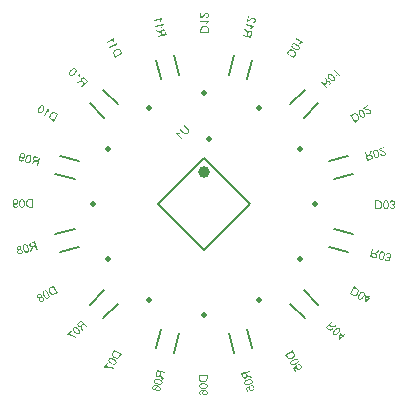
<source format=gbo>
%FSLAX33Y33*%
%MOMM*%
%ADD10C,0.15*%
%ADD11C,0.5*%
%ADD12C,0.5*%
%ADD13C,1.*%
%ADD14C,0.5*%
%ADD15C,0.5*%
%ADD16C,0.5*%
%ADD17C,0.5*%
%ADD18C,0.5*%
%ADD19C,0.5*%
%ADD20C,0.5*%
%ADD21C,0.5*%
%ADD22C,0.5*%
%ADD23C,0.5*%
%ADD24C,0.5*%
D10*
%LNbottom silkscreen_traces*%
%LNbottom silkscreen component 8aa275ccca7feb41*%
G01*
X12219Y-4102D02*
X10549Y-3655D01*
X12633Y-2557D02*
X10963Y-2109D01*
G36*
X14254Y-3784D02*
X14069Y-4475D01*
X14376Y-4557D01*
X14419Y-4568D01*
X14458Y-4575D01*
X14492Y-4577D01*
X14521Y-4576D01*
X14547Y-4571D01*
X14571Y-4562D01*
X14594Y-4549D01*
X14616Y-4531D01*
X14635Y-4510D01*
X14651Y-4487D01*
X14663Y-4462D01*
X14672Y-4435D01*
X14679Y-4399D01*
X14679Y-4364D01*
X14672Y-4330D01*
X14658Y-4298D01*
X14637Y-4268D01*
X14609Y-4240D01*
X14572Y-4216D01*
X14550Y-4205D01*
X14516Y-4276D01*
X14534Y-4287D01*
X14548Y-4299D01*
X14560Y-4312D01*
X14570Y-4326D01*
X14576Y-4343D01*
X14581Y-4359D01*
X14582Y-4376D01*
X14581Y-4393D01*
X14578Y-4409D01*
X14570Y-4432D01*
X14557Y-4452D01*
X14541Y-4468D01*
X14521Y-4481D01*
X14497Y-4489D01*
X14469Y-4492D01*
X14436Y-4490D01*
X14400Y-4482D01*
X14181Y-4423D01*
X14242Y-4195D01*
X14242Y-4195D01*
X14439Y-4247D01*
X14469Y-4256D01*
X14494Y-4266D01*
X14516Y-4276D01*
X14550Y-4205D01*
X14528Y-4194D01*
X14548Y-4190D01*
X14565Y-4186D01*
X14580Y-4180D01*
X14593Y-4175D01*
X14618Y-4160D01*
X14643Y-4144D01*
X14668Y-4125D01*
X14693Y-4103D01*
X14864Y-3947D01*
X14749Y-3916D01*
X14619Y-4036D01*
X14592Y-4060D01*
X14567Y-4081D01*
X14546Y-4099D01*
X14527Y-4113D01*
X14510Y-4125D01*
X14495Y-4135D01*
X14481Y-4142D01*
X14468Y-4147D01*
X14456Y-4150D01*
X14445Y-4153D01*
X14433Y-4154D01*
X14422Y-4154D01*
X14412Y-4153D01*
X14400Y-4151D01*
X14386Y-4148D01*
X14370Y-4144D01*
X14264Y-4115D01*
X14346Y-3808D01*
X14254Y-3784D01*
X14254Y-3784D01*
X14825Y-4302D02*
X14811Y-4361D01*
X14801Y-4415D01*
X14797Y-4463D01*
X14797Y-4506D01*
X14802Y-4545D01*
X14811Y-4581D01*
X14824Y-4613D01*
X14841Y-4642D01*
X14863Y-4667D01*
X14889Y-4687D01*
X14920Y-4704D01*
X14956Y-4716D01*
X14983Y-4722D01*
X15009Y-4724D01*
X15035Y-4724D01*
X15059Y-4720D01*
X15083Y-4713D01*
X15105Y-4703D01*
X15126Y-4690D01*
X15146Y-4674D01*
X15165Y-4655D01*
X15183Y-4633D01*
X15200Y-4609D01*
X15216Y-4582D01*
X15232Y-4551D01*
X15247Y-4514D01*
X15262Y-4471D01*
X15276Y-4423D01*
X15290Y-4365D01*
X15299Y-4311D01*
X15303Y-4263D01*
X15303Y-4220D01*
X15299Y-4181D01*
X15290Y-4145D01*
X15277Y-4113D01*
X15260Y-4084D01*
X15238Y-4059D01*
X15211Y-4039D01*
X15180Y-4022D01*
X15145Y-4010D01*
X15138Y-4009D01*
X15126Y-4080D01*
X15153Y-4091D01*
X15176Y-4108D01*
X15195Y-4132D01*
X15209Y-4163D01*
X15217Y-4203D01*
X15216Y-4255D01*
X15207Y-4321D01*
X15188Y-4400D01*
X15165Y-4477D01*
X15140Y-4539D01*
X15115Y-4585D01*
X15088Y-4616D01*
X15060Y-4635D01*
X15032Y-4646D01*
X15003Y-4649D01*
X14973Y-4645D01*
X14947Y-4635D01*
X14924Y-4619D01*
X14906Y-4598D01*
X14893Y-4571D01*
X14884Y-4527D01*
X14885Y-4472D01*
X14894Y-4405D01*
X14912Y-4326D01*
X14912Y-4326D01*
X14935Y-4248D01*
X14960Y-4186D01*
X14986Y-4140D01*
X15013Y-4110D01*
X15040Y-4091D01*
X15068Y-4079D01*
X15097Y-4076D01*
X15126Y-4080D01*
X15138Y-4009D01*
X15096Y-4002D01*
X15051Y-4004D01*
X15008Y-4016D01*
X14968Y-4039D01*
X14925Y-4081D01*
X14887Y-4139D01*
X14853Y-4213D01*
X14825Y-4302D01*
X14825Y-4302D01*
X15405Y-4288D02*
X15487Y-4322D01*
X15504Y-4291D01*
X15523Y-4265D01*
X15543Y-4245D01*
X15564Y-4231D01*
X15587Y-4222D01*
X15610Y-4218D01*
X15634Y-4218D01*
X15659Y-4222D01*
X15687Y-4233D01*
X15711Y-4247D01*
X15732Y-4267D01*
X15749Y-4291D01*
X15761Y-4318D01*
X15767Y-4346D01*
X15768Y-4375D01*
X15762Y-4405D01*
X15752Y-4432D01*
X15738Y-4456D01*
X15720Y-4475D01*
X15698Y-4491D01*
X15673Y-4502D01*
X15647Y-4508D01*
X15620Y-4508D01*
X15591Y-4503D01*
X15578Y-4499D01*
X15565Y-4493D01*
X15550Y-4486D01*
X15534Y-4477D01*
X15523Y-4554D01*
X15527Y-4555D01*
X15531Y-4556D01*
X15534Y-4557D01*
X15537Y-4557D01*
X15563Y-4566D01*
X15587Y-4578D01*
X15608Y-4593D01*
X15627Y-4612D01*
X15642Y-4633D01*
X15650Y-4656D01*
X15652Y-4682D01*
X15647Y-4711D01*
X15639Y-4732D01*
X15628Y-4751D01*
X15613Y-4767D01*
X15595Y-4779D01*
X15574Y-4788D01*
X15552Y-4793D01*
X15529Y-4793D01*
X15505Y-4788D01*
X15482Y-4780D01*
X15462Y-4768D01*
X15445Y-4753D01*
X15431Y-4735D01*
X15420Y-4713D01*
X15414Y-4689D01*
X15412Y-4661D01*
X15413Y-4630D01*
X15324Y-4623D01*
X15324Y-4666D01*
X15329Y-4705D01*
X15341Y-4741D01*
X15360Y-4774D01*
X15383Y-4802D01*
X15412Y-4826D01*
X15446Y-4844D01*
X15484Y-4858D01*
X15512Y-4863D01*
X15540Y-4866D01*
X15568Y-4865D01*
X15595Y-4861D01*
X15621Y-4854D01*
X15645Y-4844D01*
X15666Y-4831D01*
X15686Y-4814D01*
X15702Y-4796D01*
X15716Y-4776D01*
X15727Y-4755D01*
X15735Y-4732D01*
X15739Y-4710D01*
X15740Y-4688D01*
X15738Y-4666D01*
X15733Y-4644D01*
X15724Y-4623D01*
X15712Y-4603D01*
X15696Y-4584D01*
X15677Y-4566D01*
X15708Y-4565D01*
X15737Y-4559D01*
X15764Y-4549D01*
X15788Y-4533D01*
X15809Y-4514D01*
X15827Y-4490D01*
X15841Y-4462D01*
X15852Y-4431D01*
X15859Y-4386D01*
X15858Y-4343D01*
X15847Y-4301D01*
X15827Y-4260D01*
X15799Y-4223D01*
X15765Y-4192D01*
X15724Y-4169D01*
X15677Y-4152D01*
X15632Y-4144D01*
X15590Y-4143D01*
X15550Y-4150D01*
X15511Y-4166D01*
X15477Y-4188D01*
X15447Y-4215D01*
X15423Y-4249D01*
X15405Y-4288D01*
X15405Y-4288D01*
G37*
%LNbottom silkscreen component e9943314145f358e*%
D11*
X-8132Y-4695D03*
G36*
X-12397Y-7504D02*
X-12754Y-6884D01*
X-12967Y-7006D01*
X-12924Y-7079D01*
X-12794Y-7004D01*
X-12521Y-7478D01*
X-12521Y-7478D01*
X-12653Y-7554D01*
X-12683Y-7570D01*
X-12710Y-7583D01*
X-12734Y-7592D01*
X-12756Y-7598D01*
X-12776Y-7602D01*
X-12795Y-7603D01*
X-12813Y-7602D01*
X-12830Y-7598D01*
X-12853Y-7590D01*
X-12876Y-7579D01*
X-12898Y-7564D01*
X-12921Y-7546D01*
X-12943Y-7524D01*
X-12965Y-7499D01*
X-12986Y-7469D01*
X-13006Y-7436D01*
X-13031Y-7389D01*
X-13048Y-7345D01*
X-13058Y-7305D01*
X-13061Y-7268D01*
X-13058Y-7234D01*
X-13050Y-7204D01*
X-13039Y-7177D01*
X-13023Y-7153D01*
X-13008Y-7137D01*
X-12986Y-7119D01*
X-12958Y-7100D01*
X-12924Y-7079D01*
X-12967Y-7006D01*
X-12968Y-7007D01*
X-13002Y-7027D01*
X-13030Y-7046D01*
X-13054Y-7063D01*
X-13073Y-7080D01*
X-13095Y-7102D01*
X-13113Y-7125D01*
X-13127Y-7150D01*
X-13139Y-7176D01*
X-13149Y-7212D01*
X-13154Y-7248D01*
X-13155Y-7286D01*
X-13151Y-7325D01*
X-13142Y-7364D01*
X-13129Y-7404D01*
X-13112Y-7445D01*
X-13090Y-7486D01*
X-13069Y-7520D01*
X-13047Y-7550D01*
X-13025Y-7578D01*
X-13001Y-7602D01*
X-12977Y-7623D01*
X-12954Y-7641D01*
X-12930Y-7656D01*
X-12907Y-7668D01*
X-12884Y-7677D01*
X-12861Y-7684D01*
X-12839Y-7689D01*
X-12818Y-7691D01*
X-12796Y-7692D01*
X-12774Y-7690D01*
X-12750Y-7686D01*
X-12726Y-7680D01*
X-12701Y-7671D01*
X-12675Y-7661D01*
X-12648Y-7648D01*
X-12620Y-7633D01*
X-12397Y-7504D01*
X-12397Y-7504D01*
X-13168Y-7541D02*
X-13199Y-7490D01*
X-13231Y-7445D01*
X-13262Y-7408D01*
X-13292Y-7377D01*
X-13323Y-7353D01*
X-13355Y-7334D01*
X-13387Y-7321D01*
X-13419Y-7313D01*
X-13452Y-7310D01*
X-13485Y-7314D01*
X-13519Y-7325D01*
X-13553Y-7341D01*
X-13576Y-7356D01*
X-13597Y-7373D01*
X-13614Y-7392D01*
X-13629Y-7412D01*
X-13640Y-7433D01*
X-13649Y-7456D01*
X-13654Y-7480D01*
X-13657Y-7506D01*
X-13657Y-7532D01*
X-13655Y-7560D01*
X-13650Y-7589D01*
X-13643Y-7620D01*
X-13632Y-7653D01*
X-13616Y-7690D01*
X-13596Y-7730D01*
X-13572Y-7774D01*
X-13540Y-7826D01*
X-13509Y-7870D01*
X-13478Y-7907D01*
X-13448Y-7938D01*
X-13417Y-7962D01*
X-13386Y-7981D01*
X-13354Y-7994D01*
X-13321Y-8003D01*
X-13288Y-8005D01*
X-13255Y-8001D01*
X-13221Y-7991D01*
X-13187Y-7974D01*
X-13182Y-7970D01*
X-13223Y-7912D01*
X-13250Y-7923D01*
X-13279Y-7927D01*
X-13309Y-7923D01*
X-13341Y-7912D01*
X-13375Y-7889D01*
X-13411Y-7851D01*
X-13451Y-7798D01*
X-13494Y-7729D01*
X-13532Y-7658D01*
X-13558Y-7597D01*
X-13573Y-7546D01*
X-13575Y-7505D01*
X-13569Y-7472D01*
X-13557Y-7444D01*
X-13539Y-7421D01*
X-13515Y-7404D01*
X-13489Y-7392D01*
X-13462Y-7387D01*
X-13434Y-7390D01*
X-13406Y-7400D01*
X-13369Y-7424D01*
X-13330Y-7463D01*
X-13289Y-7517D01*
X-13246Y-7586D01*
X-13246Y-7586D01*
X-13208Y-7657D01*
X-13181Y-7719D01*
X-13167Y-7769D01*
X-13164Y-7810D01*
X-13170Y-7843D01*
X-13182Y-7871D01*
X-13200Y-7894D01*
X-13223Y-7912D01*
X-13182Y-7970D01*
X-13147Y-7946D01*
X-13116Y-7912D01*
X-13095Y-7873D01*
X-13083Y-7829D01*
X-13082Y-7768D01*
X-13096Y-7700D01*
X-13125Y-7625D01*
X-13168Y-7541D01*
X-13168Y-7541D01*
X-13784Y-7856D02*
X-13782Y-7918D01*
X-13768Y-7918D01*
X-13740Y-7922D01*
X-13714Y-7932D01*
X-13690Y-7947D01*
X-13670Y-7966D01*
X-13653Y-7991D01*
X-13653Y-7991D01*
X-13645Y-8007D01*
X-13639Y-8025D01*
X-13635Y-8043D01*
X-13632Y-8063D01*
X-13633Y-8082D01*
X-13636Y-8101D01*
X-13642Y-8119D01*
X-13651Y-8136D01*
X-13662Y-8153D01*
X-13675Y-8167D01*
X-13690Y-8180D01*
X-13707Y-8191D01*
X-13734Y-8204D01*
X-13762Y-8211D01*
X-13790Y-8212D01*
X-13817Y-8208D01*
X-13844Y-8198D01*
X-13867Y-8183D01*
X-13887Y-8164D01*
X-13904Y-8139D01*
X-13917Y-8111D01*
X-13924Y-8084D01*
X-13925Y-8055D01*
X-13920Y-8027D01*
X-13910Y-8000D01*
X-13895Y-7976D01*
X-13875Y-7956D01*
X-13850Y-7938D01*
X-13823Y-7926D01*
X-13795Y-7919D01*
X-13782Y-7918D01*
X-13784Y-7856D01*
X-13838Y-7828D01*
X-13851Y-7847D01*
X-13867Y-7863D01*
X-13888Y-7877D01*
X-13909Y-7888D01*
X-13932Y-7893D01*
X-13954Y-7895D01*
X-13976Y-7891D01*
X-13996Y-7884D01*
X-14014Y-7873D01*
X-14030Y-7858D01*
X-14043Y-7840D01*
X-14053Y-7818D01*
X-14058Y-7797D01*
X-14059Y-7775D01*
X-14055Y-7752D01*
X-14046Y-7731D01*
X-14034Y-7712D01*
X-14019Y-7696D01*
X-13999Y-7682D01*
X-13977Y-7672D01*
X-13955Y-7666D01*
X-13933Y-7665D01*
X-13911Y-7668D01*
X-13890Y-7676D01*
X-13871Y-7687D01*
X-13856Y-7701D01*
X-13843Y-7719D01*
X-13843Y-7719D01*
X-13833Y-7741D01*
X-13827Y-7763D01*
X-13826Y-7785D01*
X-13830Y-7807D01*
X-13838Y-7828D01*
X-13784Y-7856D01*
X-13767Y-7834D01*
X-13755Y-7812D01*
X-13747Y-7789D01*
X-13742Y-7766D01*
X-13742Y-7744D01*
X-13746Y-7721D01*
X-13753Y-7699D01*
X-13764Y-7676D01*
X-13786Y-7645D01*
X-13812Y-7621D01*
X-13843Y-7603D01*
X-13878Y-7591D01*
X-13916Y-7586D01*
X-13955Y-7589D01*
X-13994Y-7600D01*
X-14034Y-7619D01*
X-14071Y-7644D01*
X-14101Y-7673D01*
X-14123Y-7706D01*
X-14138Y-7742D01*
X-14145Y-7779D01*
X-14145Y-7815D01*
X-14137Y-7851D01*
X-14121Y-7885D01*
X-14107Y-7905D01*
X-14092Y-7922D01*
X-14074Y-7936D01*
X-14055Y-7947D01*
X-14033Y-7955D01*
X-14010Y-7959D01*
X-13985Y-7960D01*
X-13958Y-7957D01*
X-13978Y-7983D01*
X-13994Y-8010D01*
X-14005Y-8038D01*
X-14010Y-8067D01*
X-14010Y-8096D01*
X-14006Y-8125D01*
X-13997Y-8154D01*
X-13983Y-8183D01*
X-13957Y-8219D01*
X-13926Y-8248D01*
X-13890Y-8270D01*
X-13849Y-8284D01*
X-13805Y-8290D01*
X-13761Y-8287D01*
X-13716Y-8275D01*
X-13670Y-8253D01*
X-13628Y-8224D01*
X-13595Y-8191D01*
X-13570Y-8154D01*
X-13553Y-8113D01*
X-13545Y-8070D01*
X-13546Y-8028D01*
X-13556Y-7986D01*
X-13575Y-7945D01*
X-13594Y-7917D01*
X-13615Y-7894D01*
X-13639Y-7875D01*
X-13665Y-7862D01*
X-13692Y-7853D01*
X-13722Y-7849D01*
X-13752Y-7850D01*
X-13784Y-7856D01*
X-13784Y-7856D01*
G37*
%LNbottom silkscreen component 808e261540aafebd*%
D10*
X0Y3889D02*
X-3889Y0D01*
X0Y-3889*
X3889Y0*
X0Y3889*
D12*
X0407Y5533D03*
D13*
X0Y2687D03*
G36*
X-1999Y6371D02*
X-2066Y6304D01*
X-1773Y6011D01*
X-1736Y5976D01*
X-1701Y5947D01*
X-1667Y5924D01*
X-1635Y5907D01*
X-1603Y5896D01*
X-1570Y5891D01*
X-1536Y5891D01*
X-1500Y5897D01*
X-1463Y5909D01*
X-1426Y5928D01*
X-1390Y5954D01*
X-1353Y5987D01*
X-1321Y6022D01*
X-1295Y6058D01*
X-1275Y6093D01*
X-1261Y6128D01*
X-1254Y6162D01*
X-1253Y6197D01*
X-1257Y6230D01*
X-1268Y6263D01*
X-1285Y6297D01*
X-1308Y6333D01*
X-1338Y6370D01*
X-1375Y6409D01*
X-1668Y6702D01*
X-1735Y6635D01*
X-1443Y6343D01*
X-1413Y6311D01*
X-1388Y6283D01*
X-1370Y6257D01*
X-1358Y6233D01*
X-1350Y6211D01*
X-1347Y6189D01*
X-1347Y6166D01*
X-1352Y6143D01*
X-1360Y6120D01*
X-1372Y6097D01*
X-1388Y6075D01*
X-1408Y6053D01*
X-1444Y6021D01*
X-1479Y5998D01*
X-1514Y5985D01*
X-1547Y5981D01*
X-1581Y5988D01*
X-1619Y6007D01*
X-1661Y6037D01*
X-1707Y6079D01*
X-1999Y6371D01*
X-1999Y6371D01*
X-1880Y5477D02*
X-1818Y5539D01*
X-2214Y5935D01*
X-2191Y5937D01*
X-2167Y5940D01*
X-2140Y5945D01*
X-2112Y5951D01*
X-2085Y5959D01*
X-2059Y5967D01*
X-2036Y5976D01*
X-2015Y5985D01*
X-2075Y6045D01*
X-2113Y6033D01*
X-2151Y6023D01*
X-2188Y6017D01*
X-2225Y6013D01*
X-2261Y6012D01*
X-2293Y6014D01*
X-2322Y6019D01*
X-2348Y6026D01*
X-2388Y5986D01*
X-1880Y5477D01*
X-1880Y5477D01*
G37*
%LNbottom silkscreen component 8ee4650f91a34d82*%
D10*
X-8531Y9662D02*
X-7308Y8440D01*
X-9662Y8531D02*
X-8440Y7308D01*
G36*
X-10315Y9891D02*
X-9809Y10397D01*
X-10034Y10622D01*
X-10066Y10653D01*
X-10096Y10678D01*
X-10124Y10697D01*
X-10150Y10711D01*
X-10175Y10719D01*
X-10201Y10724D01*
X-10227Y10723D01*
X-10254Y10719D01*
X-10281Y10710D01*
X-10307Y10698D01*
X-10330Y10683D01*
X-10352Y10664D01*
X-10376Y10636D01*
X-10393Y10605D01*
X-10404Y10573D01*
X-10408Y10538D01*
X-10405Y10501D01*
X-10394Y10463D01*
X-10374Y10424D01*
X-10361Y10404D01*
X-10296Y10448D01*
X-10306Y10466D01*
X-10312Y10484D01*
X-10316Y10501D01*
X-10317Y10519D01*
X-10315Y10536D01*
X-10310Y10552D01*
X-10303Y10568D01*
X-10294Y10582D01*
X-10283Y10595D01*
X-10264Y10610D01*
X-10244Y10621D01*
X-10221Y10627D01*
X-10198Y10628D01*
X-10173Y10623D01*
X-10147Y10611D01*
X-10120Y10593D01*
X-10092Y10568D01*
X-9932Y10408D01*
X-10099Y10241D01*
X-10099Y10241D01*
X-10243Y10385D01*
X-10265Y10407D01*
X-10282Y10428D01*
X-10296Y10448D01*
X-10361Y10404D01*
X-10347Y10383D01*
X-10366Y10389D01*
X-10383Y10394D01*
X-10399Y10397D01*
X-10413Y10399D01*
X-10441Y10399D01*
X-10471Y10397D01*
X-10503Y10393D01*
X-10536Y10387D01*
X-10761Y10337D01*
X-10677Y10253D01*
X-10505Y10291D01*
X-10469Y10299D01*
X-10438Y10305D01*
X-10410Y10309D01*
X-10387Y10313D01*
X-10366Y10314D01*
X-10348Y10315D01*
X-10332Y10314D01*
X-10319Y10312D01*
X-10307Y10309D01*
X-10296Y10305D01*
X-10285Y10301D01*
X-10275Y10295D01*
X-10267Y10290D01*
X-10258Y10282D01*
X-10247Y10272D01*
X-10235Y10260D01*
X-10157Y10183D01*
X-10382Y9958D01*
X-10315Y9891D01*
X-10315Y9891D01*
X-11034Y10610D02*
X-10972Y10547D01*
X-10576Y10943D01*
X-10574Y10921D01*
X-10571Y10896D01*
X-10566Y10870D01*
X-10560Y10842D01*
X-10552Y10814D01*
X-10544Y10788D01*
X-10535Y10765D01*
X-10526Y10744D01*
X-10466Y10804D01*
X-10478Y10842D01*
X-10488Y10880D01*
X-10494Y10918D01*
X-10498Y10955D01*
X-10499Y10990D01*
X-10497Y11022D01*
X-10492Y11052D01*
X-10485Y11078D01*
X-10526Y11118D01*
X-11034Y10610D01*
X-11034Y10610D01*
X-10943Y11018D02*
X-10902Y11062D01*
X-10867Y11104D01*
X-10839Y11144D01*
X-10817Y11181D01*
X-10802Y11217D01*
X-10792Y11253D01*
X-10787Y11287D01*
X-10788Y11321D01*
X-10794Y11353D01*
X-10807Y11384D01*
X-10825Y11414D01*
X-10850Y11442D01*
X-10871Y11461D01*
X-10892Y11476D01*
X-10914Y11488D01*
X-10938Y11497D01*
X-10961Y11503D01*
X-10986Y11505D01*
X-11010Y11504D01*
X-11036Y11500D01*
X-11061Y11494D01*
X-11088Y11484D01*
X-11115Y11472D01*
X-11142Y11457D01*
X-11171Y11437D01*
X-11203Y11413D01*
X-11237Y11383D01*
X-11273Y11348D01*
X-11315Y11305D01*
X-11349Y11263D01*
X-11377Y11224D01*
X-11399Y11186D01*
X-11414Y11150D01*
X-11425Y11115D01*
X-11429Y11081D01*
X-11429Y11047D01*
X-11422Y11014D01*
X-11410Y10983D01*
X-11391Y10954D01*
X-11367Y10925D01*
X-11361Y10921D01*
X-11316Y10976D01*
X-11333Y10999D01*
X-11345Y11026D01*
X-11349Y11056D01*
X-11346Y11090D01*
X-11333Y11128D01*
X-11306Y11174D01*
X-11265Y11226D01*
X-11210Y11285D01*
X-11150Y11340D01*
X-11098Y11381D01*
X-11053Y11408D01*
X-11014Y11421D01*
X-10981Y11424D01*
X-10951Y11419D01*
X-10924Y11408D01*
X-10900Y11390D01*
X-10882Y11367D01*
X-10871Y11342D01*
X-10866Y11315D01*
X-10868Y11285D01*
X-10882Y11243D01*
X-10910Y11195D01*
X-10952Y11142D01*
X-11007Y11082D01*
X-11007Y11082D01*
X-11066Y11027D01*
X-11118Y10986D01*
X-11164Y10959D01*
X-11202Y10945D01*
X-11236Y10943D01*
X-11266Y10947D01*
X-11292Y10958D01*
X-11316Y10976D01*
X-11361Y10921D01*
X-11329Y10894D01*
X-11288Y10873D01*
X-11245Y10862D01*
X-11199Y10863D01*
X-11141Y10877D01*
X-11079Y10908D01*
X-11013Y10955D01*
X-10943Y11018D01*
X-10943Y11018D01*
G37*
%LNbottom silkscreen component e9ee5f17190bf123*%
D14*
X4695Y8132D03*
G36*
X6984Y12697D02*
X7604Y12339D01*
X7726Y12551D01*
X7653Y12593D01*
X7578Y12463D01*
X7104Y12736D01*
X7104Y12736D01*
X7181Y12869D01*
X7198Y12897D01*
X7215Y12922D01*
X7232Y12942D01*
X7248Y12958D01*
X7264Y12971D01*
X7280Y12982D01*
X7296Y12990D01*
X7312Y12995D01*
X7336Y13000D01*
X7361Y13002D01*
X7388Y13000D01*
X7417Y12996D01*
X7447Y12988D01*
X7478Y12976D01*
X7511Y12961D01*
X7546Y12943D01*
X7590Y12914D01*
X7627Y12885D01*
X7656Y12855D01*
X7677Y12825D01*
X7691Y12794D01*
X7700Y12764D01*
X7704Y12735D01*
X7702Y12707D01*
X7696Y12684D01*
X7687Y12658D01*
X7672Y12628D01*
X7653Y12593D01*
X7726Y12551D01*
X7727Y12552D01*
X7746Y12587D01*
X7762Y12617D01*
X7774Y12644D01*
X7782Y12668D01*
X7789Y12698D01*
X7793Y12727D01*
X7793Y12756D01*
X7790Y12784D01*
X7781Y12820D01*
X7768Y12854D01*
X7749Y12887D01*
X7727Y12919D01*
X7699Y12949D01*
X7668Y12977D01*
X7633Y13003D01*
X7593Y13028D01*
X7558Y13047D01*
X7524Y13062D01*
X7491Y13075D01*
X7458Y13084D01*
X7427Y13090D01*
X7398Y13094D01*
X7370Y13095D01*
X7344Y13094D01*
X7319Y13090D01*
X7296Y13085D01*
X7275Y13078D01*
X7255Y13070D01*
X7236Y13059D01*
X7217Y13046D01*
X7199Y13031D01*
X7181Y13014D01*
X7164Y12994D01*
X7146Y12972D01*
X7130Y12947D01*
X7113Y12920D01*
X6984Y12697D01*
X6984Y12697D01*
X7633Y13115D02*
X7686Y13086D01*
X7735Y13063D01*
X7781Y13046D01*
X7823Y13035D01*
X7862Y13029D01*
X7899Y13029D01*
X7933Y13033D01*
X7965Y13043D01*
X7995Y13057D01*
X8022Y13077D01*
X8045Y13103D01*
X8066Y13134D01*
X8079Y13159D01*
X8088Y13184D01*
X8094Y13208D01*
X8097Y13233D01*
X8096Y13257D01*
X8092Y13281D01*
X8085Y13305D01*
X8075Y13329D01*
X8062Y13352D01*
X8045Y13375D01*
X8027Y13398D01*
X8005Y13420D01*
X7979Y13443D01*
X7947Y13468D01*
X7910Y13493D01*
X7866Y13519D01*
X7814Y13547D01*
X7765Y13570D01*
X7719Y13587D01*
X7677Y13598D01*
X7638Y13604D01*
X7602Y13604D01*
X7567Y13600D01*
X7535Y13591D01*
X7505Y13576D01*
X7478Y13556D01*
X7454Y13531D01*
X7433Y13499D01*
X7431Y13493D01*
X7496Y13463D01*
X7514Y13487D01*
X7536Y13504D01*
X7564Y13516D01*
X7598Y13522D01*
X7638Y13519D01*
X7689Y13505D01*
X7750Y13479D01*
X7821Y13441D01*
X7890Y13398D01*
X7943Y13358D01*
X7981Y13321D01*
X8004Y13287D01*
X8015Y13256D01*
X8019Y13226D01*
X8014Y13197D01*
X8003Y13169D01*
X7986Y13146D01*
X7965Y13129D01*
X7939Y13117D01*
X7910Y13111D01*
X7866Y13114D01*
X7812Y13128D01*
X7750Y13155D01*
X7678Y13193D01*
X7678Y13193D01*
X7609Y13235D01*
X7556Y13275D01*
X7518Y13312D01*
X7496Y13346D01*
X7484Y13378D01*
X7481Y13408D01*
X7485Y13436D01*
X7496Y13463D01*
X7431Y13493D01*
X7413Y13455D01*
X7403Y13410D01*
X7404Y13366D01*
X7416Y13321D01*
X7446Y13269D01*
X7491Y13217D01*
X7554Y13165D01*
X7633Y13115D01*
X7633Y13115D01*
X7771Y14059D02*
X7727Y13983D01*
X8212Y13703D01*
X8190Y13696D01*
X8167Y13687D01*
X8143Y13675D01*
X8118Y13661D01*
X8093Y13647D01*
X8070Y13632D01*
X8050Y13618D01*
X8032Y13604D01*
X8106Y13562D01*
X8139Y13583D01*
X8174Y13602D01*
X8208Y13618D01*
X8243Y13631D01*
X8277Y13641D01*
X8309Y13648D01*
X8338Y13651D01*
X8365Y13651D01*
X8393Y13700D01*
X7771Y14059D01*
X7771Y14059D01*
G37*
%LNbottom silkscreen component 5aece739fc2b3f2f*%
D15*
X-9390Y0D03*
G36*
X-14488Y-0300D02*
X-14488Y0416D01*
X-14733Y0416D01*
X-14733Y0331D01*
X-14582Y0331D01*
X-14582Y-0216D01*
X-14582Y-0216D01*
X-14735Y-0216D01*
X-14769Y-0215D01*
X-14798Y-0212D01*
X-14824Y-0208D01*
X-14846Y-0202D01*
X-14865Y-0195D01*
X-14882Y-0186D01*
X-14897Y-0177D01*
X-14910Y-0165D01*
X-14926Y-0147D01*
X-14940Y-0126D01*
X-14953Y-0102D01*
X-14963Y-0075D01*
X-14971Y-0045D01*
X-14977Y-0012D01*
X-14980Y0024D01*
X-14982Y0063D01*
X-14979Y0116D01*
X-14972Y0163D01*
X-14961Y0202D01*
X-14945Y0236D01*
X-14925Y0264D01*
X-14904Y0286D01*
X-14881Y0304D01*
X-14855Y0317D01*
X-14833Y0323D01*
X-14805Y0328D01*
X-14772Y0330D01*
X-14733Y0331D01*
X-14733Y0416D01*
X-14734Y0416D01*
X-14773Y0415D01*
X-14808Y0413D01*
X-14837Y0410D01*
X-14862Y0406D01*
X-14891Y0397D01*
X-14919Y0386D01*
X-14944Y0371D01*
X-14967Y0354D01*
X-14993Y0329D01*
X-15016Y0300D01*
X-15035Y0268D01*
X-15051Y0232D01*
X-15064Y0193D01*
X-15072Y0152D01*
X-15078Y0108D01*
X-15079Y0062D01*
X-15078Y0022D01*
X-15075Y-0015D01*
X-15069Y-0050D01*
X-15060Y-0083D01*
X-15050Y-0113D01*
X-15039Y-0140D01*
X-15026Y-0165D01*
X-15011Y-0187D01*
X-14996Y-0206D01*
X-14980Y-0224D01*
X-14964Y-0239D01*
X-14946Y-0252D01*
X-14928Y-0263D01*
X-14907Y-0273D01*
X-14885Y-0281D01*
X-14861Y-0288D01*
X-14835Y-0293D01*
X-14807Y-0297D01*
X-14777Y-0299D01*
X-14746Y-0300D01*
X-14488Y-0300D01*
X-14488Y-0300D01*
X-15174Y0053D02*
X-15176Y0113D01*
X-15181Y0168D01*
X-15189Y0216D01*
X-15200Y0257D01*
X-15215Y0294D01*
X-15233Y0326D01*
X-15254Y0354D01*
X-15278Y0377D01*
X-15305Y0395D01*
X-15336Y0408D01*
X-15370Y0416D01*
X-15407Y0419D01*
X-15435Y0417D01*
X-15462Y0413D01*
X-15486Y0406D01*
X-15509Y0396D01*
X-15529Y0383D01*
X-15548Y0367D01*
X-15565Y0349D01*
X-15580Y0329D01*
X-15594Y0306D01*
X-15606Y0280D01*
X-15616Y0252D01*
X-15625Y0222D01*
X-15632Y0188D01*
X-15637Y0149D01*
X-15640Y0104D01*
X-15641Y0053D01*
X-15639Y-0007D01*
X-15634Y-0061D01*
X-15626Y-0109D01*
X-15615Y-0150D01*
X-15600Y-0187D01*
X-15583Y-0219D01*
X-15562Y-0247D01*
X-15538Y-0270D01*
X-15510Y-0288D01*
X-15479Y-0302D01*
X-15445Y-0310D01*
X-15407Y-0312D01*
X-15401Y-0312D01*
X-15407Y-0240D01*
X-15437Y-0236D01*
X-15463Y-0225D01*
X-15487Y-0207D01*
X-15509Y-0181D01*
X-15527Y-0145D01*
X-15540Y-0093D01*
X-15548Y-0028D01*
X-15550Y0053D01*
X-15548Y0134D01*
X-15540Y0200D01*
X-15527Y0251D01*
X-15509Y0288D01*
X-15487Y0313D01*
X-15463Y0331D01*
X-15436Y0342D01*
X-15406Y0346D01*
X-15378Y0343D01*
X-15352Y0333D01*
X-15329Y0317D01*
X-15310Y0295D01*
X-15290Y0255D01*
X-15276Y0202D01*
X-15267Y0134D01*
X-15264Y0053D01*
X-15264Y0053D01*
X-15267Y-0028D01*
X-15275Y-0094D01*
X-15288Y-0145D01*
X-15306Y-0182D01*
X-15327Y-0207D01*
X-15352Y-0225D01*
X-15378Y-0236D01*
X-15407Y-0240D01*
X-15401Y-0312D01*
X-15358Y-0308D01*
X-15315Y-0294D01*
X-15277Y-0270D01*
X-15245Y-0238D01*
X-15214Y-0186D01*
X-15192Y-0121D01*
X-15178Y-0041D01*
X-15174Y0053D01*
X-15174Y0053D01*
X-15743Y-0134D02*
X-15828Y-0127D01*
X-15834Y-0154D01*
X-15843Y-0178D01*
X-15855Y-0198D01*
X-15869Y-0213D01*
X-15885Y-0225D01*
X-15903Y-0233D01*
X-15924Y-0238D01*
X-15947Y-0240D01*
X-15966Y-0239D01*
X-15985Y-0235D01*
X-16002Y-0230D01*
X-16018Y-0221D01*
X-16032Y-0211D01*
X-16045Y-0200D01*
X-16057Y-0187D01*
X-16068Y-0172D01*
X-16077Y-0155D01*
X-16086Y-0135D01*
X-16093Y-0113D01*
X-16100Y-0088D01*
X-16106Y-0062D01*
X-16110Y-0035D01*
X-16113Y-0008D01*
X-16113Y0019D01*
X-16113Y0023D01*
X-16113Y0027D01*
X-16113Y0031D01*
X-16113Y0037D01*
X-16069Y0069D01*
X-16081Y0086D01*
X-16093Y0114D01*
X-16101Y0146D01*
X-16103Y0181D01*
X-16103Y0181D01*
X-16101Y0217D01*
X-16093Y0249D01*
X-16081Y0277D01*
X-16063Y0302D01*
X-16042Y0321D01*
X-16019Y0335D01*
X-15993Y0343D01*
X-15966Y0346D01*
X-15938Y0343D01*
X-15911Y0334D01*
X-15887Y0319D01*
X-15864Y0298D01*
X-15845Y0272D01*
X-15831Y0243D01*
X-15823Y0210D01*
X-15821Y0174D01*
X-15823Y0142D01*
X-15831Y0112D01*
X-15844Y0086D01*
X-15862Y0063D01*
X-15884Y0044D01*
X-15908Y0031D01*
X-15935Y0023D01*
X-15964Y0020D01*
X-15993Y0023D01*
X-16019Y0031D01*
X-16043Y0044D01*
X-16064Y0063D01*
X-16069Y0069D01*
X-16113Y0037D01*
X-16099Y0017D01*
X-16082Y-0001D01*
X-16063Y-0017D01*
X-16041Y-0031D01*
X-16018Y-0043D01*
X-15993Y-0051D01*
X-15968Y-0056D01*
X-15942Y-0057D01*
X-15899Y-0053D01*
X-15860Y-0041D01*
X-15824Y-0021D01*
X-15792Y0007D01*
X-15765Y0042D01*
X-15746Y0082D01*
X-15734Y0127D01*
X-15730Y0177D01*
X-15734Y0229D01*
X-15746Y0275D01*
X-15766Y0316D01*
X-15794Y0352D01*
X-15829Y0381D01*
X-15867Y0402D01*
X-15909Y0415D01*
X-15955Y0419D01*
X-15989Y0416D01*
X-16022Y0409D01*
X-16053Y0398D01*
X-16083Y0381D01*
X-16110Y0360D01*
X-16134Y0336D01*
X-16154Y0307D01*
X-16171Y0274D01*
X-16184Y0235D01*
X-16193Y0189D01*
X-16199Y0135D01*
X-16201Y0073D01*
X-16199Y0007D01*
X-16193Y-0051D01*
X-16184Y-0102D01*
X-16171Y-0146D01*
X-16154Y-0184D01*
X-16134Y-0218D01*
X-16110Y-0246D01*
X-16082Y-0270D01*
X-16052Y-0288D01*
X-16019Y-0302D01*
X-15983Y-0310D01*
X-15945Y-0312D01*
X-15904Y-0309D01*
X-15868Y-0301D01*
X-15836Y-0286D01*
X-15807Y-0266D01*
X-15783Y-0240D01*
X-15765Y-0209D01*
X-15751Y-0174D01*
X-15743Y-0134D01*
X-15743Y-0134D01*
G37*
%LNbottom silkscreen component 0c473b9a4507b8da*%
D16*
X0Y-9390D03*
G36*
X0300Y-14488D02*
X-0416Y-14488D01*
X-0416Y-14733D01*
X-0331Y-14733D01*
X-0331Y-14582D01*
X0216Y-14582D01*
X0216Y-14582D01*
X0216Y-14735D01*
X0215Y-14769D01*
X0212Y-14798D01*
X0208Y-14824D01*
X0202Y-14846D01*
X0195Y-14865D01*
X0186Y-14882D01*
X0177Y-14897D01*
X0165Y-14910D01*
X0147Y-14926D01*
X0126Y-14940D01*
X0102Y-14953D01*
X0075Y-14963D01*
X0045Y-14971D01*
X0012Y-14977D01*
X-0024Y-14980D01*
X-0063Y-14982D01*
X-0116Y-14979D01*
X-0163Y-14972D01*
X-0202Y-14961D01*
X-0236Y-14945D01*
X-0264Y-14925D01*
X-0286Y-14904D01*
X-0304Y-14881D01*
X-0317Y-14855D01*
X-0323Y-14833D01*
X-0328Y-14805D01*
X-0330Y-14772D01*
X-0331Y-14733D01*
X-0416Y-14733D01*
X-0416Y-14734D01*
X-0415Y-14773D01*
X-0413Y-14808D01*
X-0410Y-14837D01*
X-0406Y-14862D01*
X-0397Y-14891D01*
X-0386Y-14919D01*
X-0371Y-14944D01*
X-0354Y-14967D01*
X-0329Y-14993D01*
X-0300Y-15016D01*
X-0268Y-15035D01*
X-0232Y-15051D01*
X-0193Y-15064D01*
X-0152Y-15072D01*
X-0108Y-15078D01*
X-0062Y-15079D01*
X-0022Y-15078D01*
X0015Y-15075D01*
X0050Y-15069D01*
X0083Y-15060D01*
X0113Y-15050D01*
X0140Y-15039D01*
X0165Y-15026D01*
X0187Y-15011D01*
X0206Y-14996D01*
X0224Y-14980D01*
X0239Y-14964D01*
X0252Y-14946D01*
X0263Y-14928D01*
X0273Y-14907D01*
X0281Y-14885D01*
X0288Y-14861D01*
X0293Y-14835D01*
X0297Y-14807D01*
X0299Y-14777D01*
X0300Y-14746D01*
X0300Y-14488D01*
X0300Y-14488D01*
X-0053Y-15174D02*
X-0113Y-15176D01*
X-0168Y-15181D01*
X-0216Y-15189D01*
X-0257Y-15200D01*
X-0294Y-15215D01*
X-0326Y-15233D01*
X-0354Y-15254D01*
X-0377Y-15278D01*
X-0395Y-15305D01*
X-0408Y-15336D01*
X-0416Y-15370D01*
X-0419Y-15407D01*
X-0417Y-15435D01*
X-0413Y-15462D01*
X-0406Y-15486D01*
X-0396Y-15509D01*
X-0383Y-15529D01*
X-0367Y-15548D01*
X-0349Y-15565D01*
X-0329Y-15580D01*
X-0306Y-15594D01*
X-0280Y-15606D01*
X-0252Y-15616D01*
X-0222Y-15625D01*
X-0188Y-15632D01*
X-0149Y-15637D01*
X-0104Y-15640D01*
X-0053Y-15641D01*
X0007Y-15639D01*
X0061Y-15634D01*
X0109Y-15626D01*
X0150Y-15615D01*
X0187Y-15600D01*
X0219Y-15583D01*
X0247Y-15562D01*
X0270Y-15538D01*
X0288Y-15510D01*
X0302Y-15479D01*
X0310Y-15445D01*
X0312Y-15407D01*
X0312Y-15401D01*
X0240Y-15407D01*
X0236Y-15437D01*
X0225Y-15463D01*
X0207Y-15487D01*
X0181Y-15509D01*
X0145Y-15527D01*
X0093Y-15540D01*
X0028Y-15548D01*
X-0053Y-15550D01*
X-0134Y-15548D01*
X-0200Y-15540D01*
X-0251Y-15527D01*
X-0288Y-15509D01*
X-0313Y-15487D01*
X-0331Y-15463D01*
X-0342Y-15436D01*
X-0346Y-15406D01*
X-0343Y-15378D01*
X-0333Y-15352D01*
X-0317Y-15329D01*
X-0295Y-15310D01*
X-0255Y-15290D01*
X-0202Y-15276D01*
X-0134Y-15267D01*
X-0053Y-15264D01*
X-0053Y-15264D01*
X0028Y-15267D01*
X0094Y-15275D01*
X0145Y-15288D01*
X0182Y-15306D01*
X0207Y-15327D01*
X0225Y-15352D01*
X0236Y-15378D01*
X0240Y-15407D01*
X0312Y-15401D01*
X0308Y-15358D01*
X0294Y-15315D01*
X0270Y-15277D01*
X0238Y-15245D01*
X0186Y-15214D01*
X0121Y-15192D01*
X0041Y-15178D01*
X-0053Y-15174D01*
X-0053Y-15174D01*
X-0241Y-16186D02*
X-0234Y-16099D01*
X-0258Y-16092D01*
X-0278Y-16085D01*
X-0295Y-16076D01*
X-0309Y-16066D01*
X-0325Y-16047D01*
X-0337Y-16026D01*
X-0344Y-16003D01*
X-0346Y-15978D01*
X-0345Y-15957D01*
X-0341Y-15938D01*
X-0333Y-15921D01*
X-0323Y-15904D01*
X-0306Y-15884D01*
X-0286Y-15867D01*
X-0262Y-15852D01*
X-0235Y-15839D01*
X-0203Y-15828D01*
X-0164Y-15820D01*
X-0120Y-15816D01*
X-0069Y-15814D01*
X-0033Y-15860D01*
X-0021Y-15851D01*
X0005Y-15838D01*
X0035Y-15830D01*
X0068Y-15827D01*
X0068Y-15827D01*
X0091Y-15829D01*
X0113Y-15832D01*
X0134Y-15838D01*
X0155Y-15847D01*
X0174Y-15857D01*
X0192Y-15870D01*
X0206Y-15884D01*
X0218Y-15901D01*
X0228Y-15918D01*
X0235Y-15936D01*
X0239Y-15955D01*
X0240Y-15973D01*
X0237Y-16000D01*
X0229Y-16025D01*
X0215Y-16048D01*
X0195Y-16069D01*
X0171Y-16087D01*
X0142Y-16099D01*
X0110Y-16107D01*
X0073Y-16109D01*
X0038Y-16107D01*
X0007Y-16099D01*
X-0021Y-16087D01*
X-0044Y-16070D01*
X-0063Y-16048D01*
X-0076Y-16025D01*
X-0084Y-15999D01*
X-0087Y-15970D01*
X-0084Y-15941D01*
X-0076Y-15915D01*
X-0063Y-15891D01*
X-0044Y-15869D01*
X-0033Y-15860D01*
X-0069Y-15814D01*
X-0092Y-15830D01*
X-0111Y-15849D01*
X-0128Y-15869D01*
X-0141Y-15891D01*
X-0151Y-15915D01*
X-0158Y-15938D01*
X-0163Y-15963D01*
X-0164Y-15988D01*
X-0160Y-16030D01*
X-0148Y-16069D01*
X-0128Y-16105D01*
X-0100Y-16137D01*
X-0065Y-16164D01*
X-0025Y-16184D01*
X0019Y-16195D01*
X0068Y-16199D01*
X0101Y-16197D01*
X0133Y-16192D01*
X0163Y-16183D01*
X0193Y-16170D01*
X0220Y-16154D01*
X0244Y-16135D01*
X0264Y-16114D01*
X0281Y-16090D01*
X0295Y-16064D01*
X0305Y-16036D01*
X0310Y-16006D01*
X0312Y-15975D01*
X0307Y-15922D01*
X0292Y-15875D01*
X0267Y-15833D01*
X0231Y-15796D01*
X0184Y-15765D01*
X0124Y-15744D01*
X0051Y-15731D01*
X-0035Y-15726D01*
X-0132Y-15731D01*
X-0214Y-15745D01*
X-0283Y-15769D01*
X-0337Y-15803D01*
X-0373Y-15839D01*
X-0398Y-15881D01*
X-0414Y-15929D01*
X-0419Y-15983D01*
X-0416Y-16023D01*
X-0407Y-16060D01*
X-0392Y-16093D01*
X-0371Y-16122D01*
X-0345Y-16146D01*
X-0315Y-16165D01*
X-0280Y-16178D01*
X-0241Y-16186D01*
X-0241Y-16186D01*
G37*
%LNbottom silkscreen component db2630d93448bc16*%
D10*
X2557Y-12633D02*
X2109Y-10963D01*
X4102Y-12219D02*
X3655Y-10549D01*
G36*
X3863Y-14099D02*
X3172Y-14284D01*
X3254Y-14591D01*
X3267Y-14634D01*
X3281Y-14671D01*
X3295Y-14702D01*
X3310Y-14727D01*
X3328Y-14746D01*
X3348Y-14763D01*
X3371Y-14776D01*
X3397Y-14786D01*
X3424Y-14792D01*
X3452Y-14794D01*
X3480Y-14792D01*
X3509Y-14787D01*
X3543Y-14774D01*
X3573Y-14757D01*
X3599Y-14734D01*
X3620Y-14706D01*
X3636Y-14673D01*
X3645Y-14634D01*
X3648Y-14590D01*
X3646Y-14566D01*
X3568Y-14571D01*
X3568Y-14592D01*
X3565Y-14611D01*
X3559Y-14628D01*
X3551Y-14643D01*
X3541Y-14657D01*
X3528Y-14669D01*
X3515Y-14679D01*
X3500Y-14687D01*
X3483Y-14692D01*
X3459Y-14696D01*
X3436Y-14695D01*
X3414Y-14689D01*
X3393Y-14678D01*
X3374Y-14662D01*
X3357Y-14639D01*
X3343Y-14610D01*
X3332Y-14574D01*
X3273Y-14355D01*
X3502Y-14294D01*
X3502Y-14294D01*
X3554Y-14491D01*
X3562Y-14521D01*
X3566Y-14548D01*
X3568Y-14571D01*
X3646Y-14566D01*
X3645Y-14541D01*
X3658Y-14556D01*
X3671Y-14569D01*
X3683Y-14579D01*
X3694Y-14587D01*
X3719Y-14602D01*
X3746Y-14615D01*
X3775Y-14628D01*
X3806Y-14639D01*
X4027Y-14708D01*
X3996Y-14593D01*
X3828Y-14540D01*
X3793Y-14529D01*
X3763Y-14519D01*
X3737Y-14509D01*
X3715Y-14500D01*
X3696Y-14491D01*
X3680Y-14483D01*
X3667Y-14474D01*
X3656Y-14466D01*
X3647Y-14457D01*
X3639Y-14448D01*
X3632Y-14439D01*
X3626Y-14429D01*
X3622Y-14420D01*
X3618Y-14409D01*
X3614Y-14395D01*
X3609Y-14379D01*
X3581Y-14273D01*
X3888Y-14191D01*
X3863Y-14099D01*
X3863Y-14099D01*
X3700Y-14852D02*
X3642Y-14869D01*
X3591Y-14888D01*
X3547Y-14908D01*
X3509Y-14930D01*
X3478Y-14954D01*
X3451Y-14979D01*
X3430Y-15007D01*
X3414Y-15036D01*
X3403Y-15067D01*
X3399Y-15101D01*
X3400Y-15136D01*
X3407Y-15172D01*
X3416Y-15199D01*
X3426Y-15223D01*
X3440Y-15245D01*
X3455Y-15264D01*
X3473Y-15281D01*
X3493Y-15295D01*
X3515Y-15307D01*
X3539Y-15316D01*
X3564Y-15323D01*
X3592Y-15328D01*
X3622Y-15331D01*
X3653Y-15331D01*
X3688Y-15329D01*
X3727Y-15324D01*
X3772Y-15315D01*
X3821Y-15303D01*
X3878Y-15286D01*
X3929Y-15267D01*
X3973Y-15247D01*
X4010Y-15225D01*
X4042Y-15202D01*
X4068Y-15177D01*
X4090Y-15149D01*
X4106Y-15120D01*
X4117Y-15088D01*
X4121Y-15055D01*
X4120Y-15020D01*
X4113Y-14983D01*
X4111Y-14977D01*
X4043Y-15002D01*
X4047Y-15031D01*
X4043Y-15059D01*
X4032Y-15088D01*
X4013Y-15115D01*
X3982Y-15142D01*
X3936Y-15168D01*
X3874Y-15193D01*
X3797Y-15216D01*
X3718Y-15234D01*
X3652Y-15244D01*
X3600Y-15245D01*
X3560Y-15237D01*
X3529Y-15222D01*
X3506Y-15203D01*
X3488Y-15180D01*
X3477Y-15153D01*
X3473Y-15124D01*
X3475Y-15097D01*
X3485Y-15071D01*
X3501Y-15046D01*
X3535Y-15016D01*
X3583Y-14989D01*
X3645Y-14963D01*
X3723Y-14939D01*
X3723Y-14939D01*
X3802Y-14921D01*
X3868Y-14911D01*
X3920Y-14911D01*
X3960Y-14919D01*
X3991Y-14933D01*
X4015Y-14952D01*
X4032Y-14975D01*
X4043Y-15002D01*
X4111Y-14977D01*
X4096Y-14937D01*
X4071Y-14899D01*
X4039Y-14868D01*
X3999Y-14845D01*
X3941Y-14829D01*
X3872Y-14824D01*
X3791Y-14832D01*
X3700Y-14852D01*
X3700Y-14852D01*
X4004Y-15347D02*
X4020Y-15438D01*
X4052Y-15436D01*
X4081Y-15439D01*
X4107Y-15446D01*
X4130Y-15458D01*
X4150Y-15473D01*
X4165Y-15491D01*
X4178Y-15512D01*
X4186Y-15536D01*
X4191Y-15566D01*
X4190Y-15595D01*
X4182Y-15624D01*
X4168Y-15652D01*
X4148Y-15677D01*
X4123Y-15698D01*
X4092Y-15715D01*
X4057Y-15727D01*
X4021Y-15734D01*
X3989Y-15734D01*
X3959Y-15729D01*
X3931Y-15717D01*
X3907Y-15700D01*
X3887Y-15678D01*
X3871Y-15652D01*
X3860Y-15622D01*
X3856Y-15601D01*
X3855Y-15581D01*
X3856Y-15562D01*
X3859Y-15542D01*
X3865Y-15524D01*
X3873Y-15507D01*
X3882Y-15492D01*
X3894Y-15478D01*
X3862Y-15401D01*
X3525Y-15563D01*
X3617Y-15907D01*
X3698Y-15885D01*
X3624Y-15609D01*
X3800Y-15522D01*
X3789Y-15559D01*
X3784Y-15594D01*
X3785Y-15630D01*
X3791Y-15664D01*
X3807Y-15707D01*
X3830Y-15744D01*
X3859Y-15775D01*
X3895Y-15800D01*
X3936Y-15818D01*
X3979Y-15828D01*
X4025Y-15828D01*
X4073Y-15819D01*
X4118Y-15804D01*
X4157Y-15782D01*
X4191Y-15755D01*
X4221Y-15721D01*
X4248Y-15675D01*
X4263Y-15626D01*
X4265Y-15573D01*
X4256Y-15517D01*
X4241Y-15473D01*
X4220Y-15435D01*
X4194Y-15403D01*
X4162Y-15377D01*
X4126Y-15358D01*
X4088Y-15347D01*
X4047Y-15343D01*
X4004Y-15347D01*
X4004Y-15347D01*
G37*
%LNbottom silkscreen component cdadfba74f59bf90*%
X-12633Y-2557D02*
X-10963Y-2109D01*
X-12219Y-4102D02*
X-10549Y-3655D01*
G36*
X-14099Y-3863D02*
X-14284Y-3172D01*
X-14591Y-3254D01*
X-14634Y-3267D01*
X-14671Y-3281D01*
X-14702Y-3295D01*
X-14727Y-3310D01*
X-14746Y-3328D01*
X-14763Y-3348D01*
X-14776Y-3371D01*
X-14786Y-3397D01*
X-14792Y-3424D01*
X-14794Y-3452D01*
X-14792Y-3480D01*
X-14787Y-3509D01*
X-14774Y-3543D01*
X-14757Y-3573D01*
X-14734Y-3599D01*
X-14706Y-3620D01*
X-14673Y-3636D01*
X-14634Y-3645D01*
X-14590Y-3648D01*
X-14566Y-3646D01*
X-14571Y-3568D01*
X-14592Y-3568D01*
X-14611Y-3565D01*
X-14628Y-3559D01*
X-14643Y-3551D01*
X-14657Y-3541D01*
X-14669Y-3528D01*
X-14679Y-3515D01*
X-14687Y-3500D01*
X-14692Y-3483D01*
X-14696Y-3459D01*
X-14695Y-3436D01*
X-14689Y-3414D01*
X-14678Y-3393D01*
X-14662Y-3374D01*
X-14639Y-3357D01*
X-14610Y-3343D01*
X-14574Y-3332D01*
X-14355Y-3273D01*
X-14294Y-3502D01*
X-14294Y-3502D01*
X-14491Y-3554D01*
X-14521Y-3562D01*
X-14548Y-3566D01*
X-14571Y-3568D01*
X-14566Y-3646D01*
X-14541Y-3645D01*
X-14556Y-3658D01*
X-14569Y-3671D01*
X-14579Y-3683D01*
X-14587Y-3694D01*
X-14602Y-3719D01*
X-14615Y-3746D01*
X-14628Y-3775D01*
X-14639Y-3806D01*
X-14708Y-4027D01*
X-14593Y-3996D01*
X-14540Y-3827D01*
X-14529Y-3793D01*
X-14519Y-3763D01*
X-14509Y-3737D01*
X-14500Y-3715D01*
X-14491Y-3696D01*
X-14483Y-3680D01*
X-14474Y-3667D01*
X-14466Y-3656D01*
X-14457Y-3647D01*
X-14448Y-3639D01*
X-14439Y-3632D01*
X-14429Y-3626D01*
X-14420Y-3622D01*
X-14409Y-3618D01*
X-14395Y-3614D01*
X-14379Y-3609D01*
X-14273Y-3581D01*
X-14191Y-3888D01*
X-14099Y-3863D01*
X-14099Y-3863D01*
X-14852Y-3700D02*
X-14869Y-3642D01*
X-14888Y-3591D01*
X-14908Y-3547D01*
X-14930Y-3509D01*
X-14954Y-3478D01*
X-14979Y-3451D01*
X-15007Y-3430D01*
X-15036Y-3414D01*
X-15067Y-3403D01*
X-15101Y-3399D01*
X-15136Y-3400D01*
X-15172Y-3407D01*
X-15199Y-3416D01*
X-15223Y-3426D01*
X-15245Y-3440D01*
X-15264Y-3455D01*
X-15281Y-3473D01*
X-15295Y-3493D01*
X-15307Y-3515D01*
X-15316Y-3539D01*
X-15323Y-3564D01*
X-15328Y-3592D01*
X-15331Y-3622D01*
X-15331Y-3653D01*
X-15329Y-3688D01*
X-15324Y-3727D01*
X-15315Y-3772D01*
X-15303Y-3821D01*
X-15286Y-3878D01*
X-15267Y-3929D01*
X-15247Y-3973D01*
X-15225Y-4010D01*
X-15202Y-4042D01*
X-15177Y-4068D01*
X-15149Y-4090D01*
X-15120Y-4106D01*
X-15088Y-4117D01*
X-15055Y-4121D01*
X-15020Y-4120D01*
X-14983Y-4113D01*
X-14977Y-4111D01*
X-15002Y-4043D01*
X-15031Y-4047D01*
X-15059Y-4043D01*
X-15088Y-4032D01*
X-15115Y-4013D01*
X-15142Y-3982D01*
X-15168Y-3936D01*
X-15193Y-3874D01*
X-15216Y-3797D01*
X-15234Y-3718D01*
X-15244Y-3652D01*
X-15245Y-3600D01*
X-15237Y-3560D01*
X-15222Y-3529D01*
X-15203Y-3506D01*
X-15180Y-3488D01*
X-15153Y-3477D01*
X-15124Y-3473D01*
X-15097Y-3475D01*
X-15071Y-3485D01*
X-15046Y-3501D01*
X-15016Y-3535D01*
X-14989Y-3583D01*
X-14963Y-3645D01*
X-14939Y-3723D01*
X-14939Y-3723D01*
X-14921Y-3802D01*
X-14911Y-3868D01*
X-14911Y-3920D01*
X-14919Y-3960D01*
X-14933Y-3991D01*
X-14952Y-4015D01*
X-14975Y-4032D01*
X-15002Y-4043D01*
X-14977Y-4111D01*
X-14937Y-4096D01*
X-14899Y-4071D01*
X-14868Y-4039D01*
X-14845Y-3999D01*
X-14829Y-3941D01*
X-14824Y-3872D01*
X-14832Y-3791D01*
X-14852Y-3700D01*
X-14852Y-3700D01*
X-15529Y-3845D02*
X-15543Y-3905D01*
X-15529Y-3908D01*
X-15504Y-3920D01*
X-15481Y-3936D01*
X-15462Y-3956D01*
X-15448Y-3980D01*
X-15438Y-4008D01*
X-15438Y-4008D01*
X-15434Y-4027D01*
X-15433Y-4045D01*
X-15433Y-4064D01*
X-15436Y-4083D01*
X-15442Y-4102D01*
X-15450Y-4119D01*
X-15460Y-4135D01*
X-15473Y-4149D01*
X-15488Y-4162D01*
X-15505Y-4173D01*
X-15522Y-4181D01*
X-15541Y-4188D01*
X-15571Y-4193D01*
X-15600Y-4193D01*
X-15627Y-4187D01*
X-15652Y-4175D01*
X-15675Y-4159D01*
X-15694Y-4139D01*
X-15708Y-4115D01*
X-15719Y-4087D01*
X-15724Y-4057D01*
X-15723Y-4028D01*
X-15717Y-4000D01*
X-15705Y-3974D01*
X-15688Y-3951D01*
X-15667Y-3932D01*
X-15642Y-3917D01*
X-15614Y-3907D01*
X-15584Y-3902D01*
X-15556Y-3902D01*
X-15543Y-3905D01*
X-15529Y-3845D01*
X-15574Y-3803D01*
X-15591Y-3818D01*
X-15611Y-3830D01*
X-15635Y-3838D01*
X-15659Y-3842D01*
X-15681Y-3842D01*
X-15703Y-3838D01*
X-15723Y-3829D01*
X-15741Y-3816D01*
X-15756Y-3801D01*
X-15767Y-3782D01*
X-15775Y-3761D01*
X-15779Y-3738D01*
X-15778Y-3716D01*
X-15773Y-3695D01*
X-15764Y-3674D01*
X-15750Y-3656D01*
X-15734Y-3641D01*
X-15714Y-3629D01*
X-15692Y-3621D01*
X-15668Y-3617D01*
X-15645Y-3617D01*
X-15623Y-3621D01*
X-15603Y-3630D01*
X-15584Y-3643D01*
X-15570Y-3658D01*
X-15558Y-3676D01*
X-15551Y-3696D01*
X-15551Y-3696D01*
X-15546Y-3720D01*
X-15547Y-3743D01*
X-15551Y-3765D01*
X-15561Y-3785D01*
X-15574Y-3803D01*
X-15529Y-3845D01*
X-15507Y-3827D01*
X-15489Y-3809D01*
X-15476Y-3789D01*
X-15466Y-3769D01*
X-15460Y-3747D01*
X-15457Y-3724D01*
X-15458Y-3700D01*
X-15463Y-3676D01*
X-15476Y-3641D01*
X-15495Y-3610D01*
X-15520Y-3584D01*
X-15551Y-3564D01*
X-15587Y-3549D01*
X-15625Y-3542D01*
X-15666Y-3543D01*
X-15710Y-3551D01*
X-15752Y-3566D01*
X-15788Y-3586D01*
X-15818Y-3611D01*
X-15841Y-3642D01*
X-15858Y-3677D01*
X-15867Y-3712D01*
X-15868Y-3748D01*
X-15862Y-3785D01*
X-15854Y-3808D01*
X-15844Y-3829D01*
X-15830Y-3847D01*
X-15814Y-3862D01*
X-15796Y-3875D01*
X-15774Y-3885D01*
X-15750Y-3892D01*
X-15723Y-3897D01*
X-15750Y-3917D01*
X-15772Y-3939D01*
X-15789Y-3963D01*
X-15802Y-3990D01*
X-15810Y-4018D01*
X-15813Y-4047D01*
X-15812Y-4077D01*
X-15806Y-4109D01*
X-15790Y-4150D01*
X-15768Y-4186D01*
X-15739Y-4217D01*
X-15703Y-4241D01*
X-15662Y-4258D01*
X-15618Y-4267D01*
X-15571Y-4267D01*
X-15522Y-4257D01*
X-15474Y-4240D01*
X-15433Y-4217D01*
X-15400Y-4188D01*
X-15373Y-4152D01*
X-15354Y-4113D01*
X-15344Y-4072D01*
X-15343Y-4029D01*
X-15351Y-3984D01*
X-15361Y-3953D01*
X-15376Y-3925D01*
X-15394Y-3901D01*
X-15415Y-3881D01*
X-15440Y-3865D01*
X-15467Y-3853D01*
X-15497Y-3847D01*
X-15529Y-3845D01*
X-15529Y-3845D01*
G37*
%LNbottom silkscreen component a993848d88c5d4a7*%
X12633Y2557D02*
X10963Y2109D01*
X12219Y4102D02*
X10549Y3655D01*
G36*
X13599Y4363D02*
X13784Y3672D01*
X14091Y3754D01*
X14134Y3767D01*
X14171Y3781D01*
X14202Y3795D01*
X14227Y3810D01*
X14246Y3828D01*
X14263Y3848D01*
X14276Y3871D01*
X14286Y3897D01*
X14292Y3924D01*
X14294Y3952D01*
X14292Y3980D01*
X14287Y4009D01*
X14274Y4043D01*
X14257Y4073D01*
X14234Y4099D01*
X14206Y4120D01*
X14173Y4136D01*
X14134Y4145D01*
X14090Y4148D01*
X14066Y4146D01*
X14071Y4068D01*
X14092Y4068D01*
X14111Y4065D01*
X14128Y4059D01*
X14143Y4051D01*
X14157Y4041D01*
X14169Y4028D01*
X14179Y4015D01*
X14187Y4000D01*
X14192Y3983D01*
X14196Y3959D01*
X14195Y3936D01*
X14189Y3914D01*
X14178Y3893D01*
X14162Y3874D01*
X14139Y3857D01*
X14110Y3843D01*
X14074Y3832D01*
X13855Y3773D01*
X13794Y4002D01*
X13794Y4002D01*
X13991Y4054D01*
X14021Y4061D01*
X14048Y4066D01*
X14071Y4068D01*
X14066Y4146D01*
X14041Y4145D01*
X14056Y4158D01*
X14069Y4171D01*
X14079Y4183D01*
X14087Y4194D01*
X14102Y4219D01*
X14115Y4246D01*
X14128Y4275D01*
X14139Y4306D01*
X14208Y4527D01*
X14093Y4496D01*
X14040Y4327D01*
X14029Y4293D01*
X14019Y4263D01*
X14009Y4237D01*
X14000Y4215D01*
X13991Y4196D01*
X13983Y4180D01*
X13974Y4167D01*
X13966Y4156D01*
X13957Y4147D01*
X13948Y4139D01*
X13939Y4132D01*
X13929Y4126D01*
X13920Y4122D01*
X13909Y4118D01*
X13895Y4114D01*
X13879Y4109D01*
X13773Y4081D01*
X13691Y4388D01*
X13599Y4363D01*
X13599Y4363D01*
X14352Y4200D02*
X14369Y4142D01*
X14388Y4091D01*
X14408Y4047D01*
X14430Y4009D01*
X14454Y3978D01*
X14479Y3951D01*
X14507Y3930D01*
X14536Y3914D01*
X14567Y3903D01*
X14601Y3899D01*
X14636Y3900D01*
X14672Y3907D01*
X14699Y3916D01*
X14723Y3926D01*
X14745Y3940D01*
X14764Y3955D01*
X14781Y3973D01*
X14795Y3993D01*
X14807Y4015D01*
X14816Y4039D01*
X14823Y4064D01*
X14828Y4092D01*
X14831Y4122D01*
X14831Y4153D01*
X14829Y4188D01*
X14824Y4227D01*
X14815Y4272D01*
X14803Y4321D01*
X14786Y4378D01*
X14767Y4429D01*
X14747Y4473D01*
X14725Y4510D01*
X14702Y4542D01*
X14677Y4568D01*
X14649Y4590D01*
X14620Y4606D01*
X14588Y4617D01*
X14555Y4621D01*
X14520Y4620D01*
X14483Y4613D01*
X14477Y4611D01*
X14502Y4543D01*
X14531Y4547D01*
X14559Y4543D01*
X14588Y4532D01*
X14615Y4513D01*
X14642Y4482D01*
X14668Y4436D01*
X14693Y4374D01*
X14716Y4297D01*
X14734Y4218D01*
X14744Y4152D01*
X14745Y4100D01*
X14737Y4060D01*
X14722Y4029D01*
X14703Y4006D01*
X14680Y3988D01*
X14653Y3977D01*
X14624Y3973D01*
X14597Y3975D01*
X14571Y3985D01*
X14546Y4001D01*
X14516Y4035D01*
X14489Y4083D01*
X14463Y4145D01*
X14439Y4223D01*
X14439Y4223D01*
X14421Y4302D01*
X14411Y4368D01*
X14411Y4420D01*
X14419Y4460D01*
X14433Y4491D01*
X14452Y4515D01*
X14475Y4532D01*
X14502Y4543D01*
X14477Y4611D01*
X14437Y4596D01*
X14399Y4571D01*
X14368Y4539D01*
X14345Y4499D01*
X14329Y4441D01*
X14324Y4372D01*
X14332Y4291D01*
X14352Y4200D01*
X14352Y4200D01*
X15266Y4723D02*
X15244Y4804D01*
X14787Y4682D01*
X14792Y4667D01*
X14797Y4652D01*
X14804Y4639D01*
X14813Y4625D01*
X14829Y4605D01*
X14848Y4585D01*
X14869Y4566D01*
X14893Y4548D01*
X14921Y4531D01*
X14954Y4512D01*
X14991Y4493D01*
X15033Y4474D01*
X15096Y4444D01*
X15149Y4416D01*
X15192Y4391D01*
X15224Y4368D01*
X15249Y4346D01*
X15268Y4323D01*
X15282Y4300D01*
X15291Y4276D01*
X15295Y4252D01*
X15295Y4227D01*
X15289Y4204D01*
X15278Y4182D01*
X15263Y4161D01*
X15243Y4144D01*
X15220Y4131D01*
X15193Y4122D01*
X15163Y4116D01*
X15135Y4116D01*
X15109Y4121D01*
X15085Y4132D01*
X15064Y4148D01*
X15046Y4169D01*
X15031Y4194D01*
X15021Y4224D01*
X14936Y4192D01*
X14956Y4148D01*
X14980Y4111D01*
X15009Y4083D01*
X15043Y4061D01*
X15081Y4047D01*
X15122Y4041D01*
X15166Y4043D01*
X15214Y4052D01*
X15260Y4068D01*
X15299Y4090D01*
X15331Y4117D01*
X15357Y4149D01*
X15374Y4185D01*
X15383Y4223D01*
X15385Y4262D01*
X15378Y4302D01*
X15371Y4322D01*
X15363Y4342D01*
X15352Y4361D01*
X15339Y4379D01*
X15324Y4396D01*
X15305Y4414D01*
X15284Y4431D01*
X15260Y4448D01*
X15231Y4466D01*
X15194Y4487D01*
X15149Y4509D01*
X15097Y4535D01*
X15054Y4555D01*
X15019Y4572D01*
X14993Y4585D01*
X14975Y4595D01*
X14962Y4604D01*
X14949Y4613D01*
X14938Y4622D01*
X14927Y4632D01*
X15266Y4723D01*
X15266Y4723D01*
G37*
%LNbottom silkscreen component 70ba74aca821d651*%
D17*
X-4695Y-8132D03*
G36*
X-6984Y-12697D02*
X-7604Y-12339D01*
X-7726Y-12551D01*
X-7653Y-12593D01*
X-7578Y-12463D01*
X-7104Y-12736D01*
X-7104Y-12736D01*
X-7181Y-12869D01*
X-7198Y-12897D01*
X-7215Y-12922D01*
X-7232Y-12942D01*
X-7248Y-12958D01*
X-7264Y-12971D01*
X-7280Y-12982D01*
X-7296Y-12990D01*
X-7312Y-12995D01*
X-7336Y-13000D01*
X-7361Y-13002D01*
X-7388Y-13000D01*
X-7417Y-12996D01*
X-7447Y-12988D01*
X-7478Y-12976D01*
X-7511Y-12961D01*
X-7546Y-12943D01*
X-7590Y-12914D01*
X-7627Y-12885D01*
X-7656Y-12855D01*
X-7677Y-12825D01*
X-7691Y-12794D01*
X-7700Y-12764D01*
X-7704Y-12735D01*
X-7702Y-12707D01*
X-7696Y-12684D01*
X-7687Y-12658D01*
X-7672Y-12628D01*
X-7653Y-12593D01*
X-7726Y-12551D01*
X-7727Y-12552D01*
X-7746Y-12587D01*
X-7762Y-12617D01*
X-7774Y-12644D01*
X-7782Y-12668D01*
X-7789Y-12698D01*
X-7793Y-12727D01*
X-7793Y-12756D01*
X-7790Y-12784D01*
X-7781Y-12820D01*
X-7768Y-12854D01*
X-7749Y-12887D01*
X-7727Y-12919D01*
X-7699Y-12949D01*
X-7668Y-12977D01*
X-7633Y-13003D01*
X-7593Y-13028D01*
X-7558Y-13047D01*
X-7524Y-13062D01*
X-7491Y-13075D01*
X-7458Y-13084D01*
X-7427Y-13090D01*
X-7398Y-13094D01*
X-7370Y-13095D01*
X-7344Y-13094D01*
X-7319Y-13090D01*
X-7296Y-13085D01*
X-7275Y-13078D01*
X-7255Y-13070D01*
X-7236Y-13059D01*
X-7217Y-13046D01*
X-7199Y-13031D01*
X-7181Y-13014D01*
X-7164Y-12994D01*
X-7146Y-12972D01*
X-7130Y-12947D01*
X-7113Y-12920D01*
X-6984Y-12697D01*
X-6984Y-12697D01*
X-7633Y-13115D02*
X-7686Y-13086D01*
X-7735Y-13063D01*
X-7781Y-13046D01*
X-7823Y-13035D01*
X-7862Y-13029D01*
X-7899Y-13029D01*
X-7933Y-13033D01*
X-7965Y-13043D01*
X-7995Y-13057D01*
X-8022Y-13077D01*
X-8045Y-13103D01*
X-8066Y-13134D01*
X-8079Y-13159D01*
X-8088Y-13184D01*
X-8094Y-13208D01*
X-8097Y-13233D01*
X-8096Y-13257D01*
X-8092Y-13281D01*
X-8085Y-13305D01*
X-8075Y-13329D01*
X-8062Y-13352D01*
X-8045Y-13375D01*
X-8027Y-13398D01*
X-8005Y-13420D01*
X-7979Y-13443D01*
X-7947Y-13468D01*
X-7910Y-13493D01*
X-7866Y-13519D01*
X-7814Y-13547D01*
X-7765Y-13570D01*
X-7719Y-13587D01*
X-7677Y-13598D01*
X-7638Y-13604D01*
X-7602Y-13604D01*
X-7567Y-13600D01*
X-7535Y-13591D01*
X-7505Y-13576D01*
X-7478Y-13556D01*
X-7454Y-13531D01*
X-7433Y-13499D01*
X-7431Y-13493D01*
X-7496Y-13463D01*
X-7514Y-13487D01*
X-7536Y-13504D01*
X-7564Y-13516D01*
X-7598Y-13522D01*
X-7638Y-13519D01*
X-7689Y-13505D01*
X-7750Y-13479D01*
X-7821Y-13441D01*
X-7890Y-13398D01*
X-7943Y-13358D01*
X-7981Y-13321D01*
X-8004Y-13287D01*
X-8015Y-13256D01*
X-8019Y-13226D01*
X-8014Y-13197D01*
X-8003Y-13169D01*
X-7986Y-13146D01*
X-7965Y-13129D01*
X-7939Y-13117D01*
X-7910Y-13111D01*
X-7866Y-13114D01*
X-7812Y-13128D01*
X-7750Y-13155D01*
X-7678Y-13193D01*
X-7678Y-13193D01*
X-7609Y-13235D01*
X-7556Y-13275D01*
X-7518Y-13312D01*
X-7496Y-13346D01*
X-7484Y-13378D01*
X-7481Y-13408D01*
X-7485Y-13436D01*
X-7496Y-13463D01*
X-7431Y-13493D01*
X-7413Y-13455D01*
X-7403Y-13410D01*
X-7404Y-13366D01*
X-7416Y-13321D01*
X-7446Y-13269D01*
X-7491Y-13217D01*
X-7554Y-13165D01*
X-7633Y-13115D01*
X-7633Y-13115D01*
X-8147Y-13467D02*
X-8220Y-13425D01*
X-8452Y-13826D01*
X-8393Y-13860D01*
X-8341Y-13850D01*
X-8285Y-13843D01*
X-8224Y-13840D01*
X-8157Y-13839D01*
X-8089Y-13842D01*
X-8022Y-13849D01*
X-7956Y-13859D01*
X-7891Y-13874D01*
X-7845Y-13886D01*
X-7798Y-13902D01*
X-7751Y-13921D01*
X-7703Y-13943D01*
X-7658Y-13865D01*
X-7698Y-13845D01*
X-7744Y-13826D01*
X-7795Y-13808D01*
X-7852Y-13791D01*
X-7912Y-13777D01*
X-7973Y-13766D01*
X-8034Y-13759D01*
X-8097Y-13755D01*
X-8158Y-13754D01*
X-8216Y-13757D01*
X-8271Y-13762D01*
X-8322Y-13770D01*
X-8147Y-13467D01*
X-8147Y-13467D01*
G37*
%LNbottom silkscreen component 2fcad440e7df3c95*%
D18*
X8132Y-4695D03*
G36*
X12697Y-6984D02*
X12339Y-7604D01*
X12551Y-7726D01*
X12593Y-7653D01*
X12463Y-7578D01*
X12736Y-7104D01*
X12736Y-7104D01*
X12869Y-7181D01*
X12897Y-7198D01*
X12922Y-7215D01*
X12942Y-7232D01*
X12958Y-7248D01*
X12971Y-7264D01*
X12982Y-7280D01*
X12990Y-7296D01*
X12995Y-7312D01*
X13000Y-7336D01*
X13002Y-7361D01*
X13000Y-7388D01*
X12996Y-7417D01*
X12988Y-7447D01*
X12976Y-7478D01*
X12961Y-7511D01*
X12943Y-7546D01*
X12914Y-7590D01*
X12885Y-7627D01*
X12855Y-7656D01*
X12825Y-7677D01*
X12794Y-7691D01*
X12764Y-7700D01*
X12735Y-7704D01*
X12707Y-7702D01*
X12684Y-7696D01*
X12658Y-7687D01*
X12628Y-7672D01*
X12593Y-7653D01*
X12551Y-7726D01*
X12552Y-7727D01*
X12587Y-7746D01*
X12617Y-7762D01*
X12644Y-7774D01*
X12668Y-7782D01*
X12698Y-7789D01*
X12727Y-7793D01*
X12756Y-7793D01*
X12784Y-7790D01*
X12820Y-7781D01*
X12854Y-7768D01*
X12887Y-7749D01*
X12919Y-7727D01*
X12949Y-7699D01*
X12977Y-7668D01*
X13003Y-7633D01*
X13028Y-7593D01*
X13047Y-7558D01*
X13062Y-7524D01*
X13075Y-7491D01*
X13084Y-7458D01*
X13090Y-7427D01*
X13094Y-7398D01*
X13095Y-7370D01*
X13094Y-7344D01*
X13090Y-7319D01*
X13085Y-7296D01*
X13078Y-7275D01*
X13070Y-7255D01*
X13059Y-7236D01*
X13046Y-7217D01*
X13031Y-7199D01*
X13014Y-7181D01*
X12994Y-7164D01*
X12972Y-7146D01*
X12947Y-7130D01*
X12920Y-7113D01*
X12697Y-6984D01*
X12697Y-6984D01*
X13115Y-7633D02*
X13086Y-7686D01*
X13063Y-7735D01*
X13046Y-7781D01*
X13035Y-7823D01*
X13029Y-7862D01*
X13029Y-7899D01*
X13033Y-7933D01*
X13043Y-7965D01*
X13057Y-7995D01*
X13077Y-8022D01*
X13103Y-8045D01*
X13134Y-8066D01*
X13159Y-8079D01*
X13184Y-8088D01*
X13208Y-8094D01*
X13233Y-8097D01*
X13257Y-8096D01*
X13281Y-8092D01*
X13305Y-8085D01*
X13329Y-8075D01*
X13352Y-8062D01*
X13375Y-8045D01*
X13398Y-8027D01*
X13420Y-8005D01*
X13443Y-7979D01*
X13468Y-7947D01*
X13493Y-7910D01*
X13519Y-7866D01*
X13547Y-7814D01*
X13570Y-7765D01*
X13587Y-7719D01*
X13598Y-7677D01*
X13604Y-7638D01*
X13604Y-7602D01*
X13600Y-7567D01*
X13591Y-7535D01*
X13576Y-7505D01*
X13556Y-7478D01*
X13531Y-7454D01*
X13499Y-7433D01*
X13493Y-7431D01*
X13463Y-7496D01*
X13487Y-7514D01*
X13504Y-7536D01*
X13516Y-7564D01*
X13522Y-7598D01*
X13519Y-7638D01*
X13505Y-7689D01*
X13479Y-7750D01*
X13441Y-7821D01*
X13398Y-7890D01*
X13358Y-7943D01*
X13321Y-7981D01*
X13287Y-8004D01*
X13256Y-8015D01*
X13226Y-8019D01*
X13197Y-8014D01*
X13169Y-8003D01*
X13146Y-7986D01*
X13129Y-7965D01*
X13117Y-7939D01*
X13111Y-7910D01*
X13114Y-7866D01*
X13128Y-7812D01*
X13155Y-7750D01*
X13193Y-7678D01*
X13193Y-7678D01*
X13235Y-7609D01*
X13275Y-7556D01*
X13312Y-7518D01*
X13346Y-7496D01*
X13378Y-7484D01*
X13408Y-7481D01*
X13436Y-7485D01*
X13463Y-7496D01*
X13493Y-7431D01*
X13455Y-7413D01*
X13410Y-7403D01*
X13366Y-7404D01*
X13321Y-7416D01*
X13269Y-7446D01*
X13217Y-7491D01*
X13165Y-7554D01*
X13115Y-7633D01*
X13115Y-7633D01*
X14017Y-7746D02*
X13931Y-7895D01*
X13662Y-7739D01*
X13622Y-7809D01*
X13662Y-8250D01*
X13729Y-8244D01*
X13697Y-7852D01*
X13891Y-7964D01*
X13891Y-7964D01*
X13729Y-8244D01*
X13662Y-8250D01*
X13673Y-8374D01*
X13735Y-8410D01*
X13967Y-8008D01*
X14051Y-8057D01*
X14091Y-7987D01*
X14007Y-7939D01*
X14093Y-7790D01*
X14017Y-7746D01*
X14017Y-7746D01*
G37*
%LNbottom silkscreen component db9e794937d022a8*%
D19*
X-4695Y8132D03*
G36*
X-7504Y12397D02*
X-6884Y12754D01*
X-7006Y12967D01*
X-7079Y12924D01*
X-7004Y12794D01*
X-7478Y12521D01*
X-7478Y12521D01*
X-7554Y12653D01*
X-7570Y12683D01*
X-7583Y12710D01*
X-7592Y12734D01*
X-7598Y12756D01*
X-7602Y12776D01*
X-7603Y12795D01*
X-7602Y12813D01*
X-7598Y12830D01*
X-7590Y12853D01*
X-7579Y12876D01*
X-7564Y12898D01*
X-7546Y12921D01*
X-7524Y12943D01*
X-7499Y12965D01*
X-7469Y12986D01*
X-7436Y13006D01*
X-7389Y13031D01*
X-7345Y13048D01*
X-7305Y13058D01*
X-7268Y13061D01*
X-7234Y13058D01*
X-7204Y13050D01*
X-7177Y13039D01*
X-7153Y13023D01*
X-7137Y13008D01*
X-7119Y12986D01*
X-7100Y12958D01*
X-7079Y12924D01*
X-7006Y12967D01*
X-7007Y12968D01*
X-7027Y13002D01*
X-7046Y13030D01*
X-7063Y13054D01*
X-7080Y13073D01*
X-7102Y13095D01*
X-7125Y13113D01*
X-7150Y13127D01*
X-7176Y13139D01*
X-7212Y13149D01*
X-7248Y13154D01*
X-7286Y13155D01*
X-7325Y13151D01*
X-7364Y13142D01*
X-7404Y13129D01*
X-7445Y13112D01*
X-7486Y13090D01*
X-7520Y13069D01*
X-7550Y13047D01*
X-7578Y13025D01*
X-7602Y13001D01*
X-7623Y12977D01*
X-7641Y12954D01*
X-7656Y12930D01*
X-7668Y12907D01*
X-7677Y12884D01*
X-7684Y12861D01*
X-7689Y12839D01*
X-7691Y12818D01*
X-7692Y12796D01*
X-7690Y12774D01*
X-7686Y12750D01*
X-7680Y12726D01*
X-7671Y12701D01*
X-7661Y12675D01*
X-7648Y12648D01*
X-7633Y12620D01*
X-7504Y12397D01*
X-7504Y12397D01*
X-8012Y13278D02*
X-7968Y13202D01*
X-7483Y13482D01*
X-7488Y13459D01*
X-7491Y13435D01*
X-7493Y13408D01*
X-7494Y13379D01*
X-7494Y13351D01*
X-7493Y13324D01*
X-7490Y13299D01*
X-7487Y13277D01*
X-7414Y13319D01*
X-7416Y13359D01*
X-7415Y13398D01*
X-7412Y13436D01*
X-7405Y13473D01*
X-7397Y13507D01*
X-7387Y13538D01*
X-7375Y13565D01*
X-7362Y13588D01*
X-7390Y13637D01*
X-8012Y13278D01*
X-8012Y13278D01*
X-8253Y13695D02*
X-8209Y13619D01*
X-7724Y13899D01*
X-7729Y13877D01*
X-7732Y13852D01*
X-7734Y13825D01*
X-7735Y13797D01*
X-7735Y13768D01*
X-7734Y13741D01*
X-7731Y13716D01*
X-7728Y13694D01*
X-7655Y13736D01*
X-7657Y13776D01*
X-7656Y13815D01*
X-7653Y13853D01*
X-7646Y13890D01*
X-7638Y13924D01*
X-7628Y13955D01*
X-7616Y13982D01*
X-7603Y14005D01*
X-7631Y14055D01*
X-8253Y13695D01*
X-8253Y13695D01*
G37*
%LNbottom silkscreen component 0d551f7f90ed14d1*%
D10*
X-9662Y-8531D02*
X-8440Y-7308D01*
X-8531Y-9662D02*
X-7308Y-8440D01*
G36*
X-9891Y-10315D02*
X-10397Y-9809D01*
X-10622Y-10034D01*
X-10653Y-10066D01*
X-10678Y-10096D01*
X-10697Y-10124D01*
X-10711Y-10150D01*
X-10719Y-10175D01*
X-10724Y-10201D01*
X-10723Y-10227D01*
X-10719Y-10254D01*
X-10710Y-10281D01*
X-10698Y-10307D01*
X-10683Y-10330D01*
X-10664Y-10352D01*
X-10636Y-10376D01*
X-10605Y-10393D01*
X-10573Y-10404D01*
X-10538Y-10408D01*
X-10501Y-10405D01*
X-10463Y-10394D01*
X-10424Y-10374D01*
X-10404Y-10361D01*
X-10448Y-10296D01*
X-10466Y-10306D01*
X-10484Y-10312D01*
X-10501Y-10316D01*
X-10519Y-10317D01*
X-10536Y-10315D01*
X-10552Y-10310D01*
X-10568Y-10303D01*
X-10582Y-10294D01*
X-10595Y-10283D01*
X-10610Y-10264D01*
X-10621Y-10244D01*
X-10627Y-10221D01*
X-10628Y-10198D01*
X-10623Y-10173D01*
X-10611Y-10147D01*
X-10593Y-10120D01*
X-10568Y-10092D01*
X-10408Y-9932D01*
X-10241Y-10099D01*
X-10241Y-10099D01*
X-10385Y-10243D01*
X-10407Y-10265D01*
X-10428Y-10282D01*
X-10448Y-10296D01*
X-10404Y-10361D01*
X-10383Y-10347D01*
X-10389Y-10366D01*
X-10394Y-10383D01*
X-10397Y-10399D01*
X-10399Y-10413D01*
X-10399Y-10441D01*
X-10397Y-10471D01*
X-10393Y-10503D01*
X-10387Y-10536D01*
X-10337Y-10761D01*
X-10253Y-10677D01*
X-10291Y-10505D01*
X-10299Y-10469D01*
X-10305Y-10438D01*
X-10309Y-10410D01*
X-10313Y-10387D01*
X-10314Y-10366D01*
X-10315Y-10348D01*
X-10314Y-10332D01*
X-10312Y-10319D01*
X-10309Y-10307D01*
X-10305Y-10296D01*
X-10301Y-10285D01*
X-10295Y-10275D01*
X-10290Y-10267D01*
X-10282Y-10258D01*
X-10272Y-10247D01*
X-10260Y-10235D01*
X-10183Y-10157D01*
X-9958Y-10382D01*
X-9891Y-10315D01*
X-9891Y-10315D01*
X-10625Y-10550D02*
X-10669Y-10509D01*
X-10711Y-10474D01*
X-10750Y-10445D01*
X-10788Y-10424D01*
X-10824Y-10409D01*
X-10859Y-10399D01*
X-10894Y-10394D01*
X-10927Y-10395D01*
X-10960Y-10401D01*
X-10991Y-10413D01*
X-11020Y-10432D01*
X-11049Y-10456D01*
X-11067Y-10477D01*
X-11083Y-10499D01*
X-11095Y-10521D01*
X-11104Y-10544D01*
X-11109Y-10568D01*
X-11112Y-10592D01*
X-11111Y-10617D01*
X-11107Y-10642D01*
X-11100Y-10668D01*
X-11091Y-10695D01*
X-11078Y-10722D01*
X-11063Y-10749D01*
X-11044Y-10778D01*
X-11020Y-10810D01*
X-10990Y-10844D01*
X-10955Y-10880D01*
X-10912Y-10921D01*
X-10870Y-10956D01*
X-10831Y-10984D01*
X-10793Y-11006D01*
X-10757Y-11021D01*
X-10722Y-11031D01*
X-10687Y-11036D01*
X-10654Y-11035D01*
X-10621Y-11029D01*
X-10590Y-11017D01*
X-10560Y-10998D01*
X-10532Y-10973D01*
X-10527Y-10968D01*
X-10583Y-10922D01*
X-10606Y-10940D01*
X-10633Y-10951D01*
X-10663Y-10955D01*
X-10696Y-10953D01*
X-10735Y-10940D01*
X-10780Y-10913D01*
X-10832Y-10871D01*
X-10891Y-10816D01*
X-10947Y-10757D01*
X-10988Y-10705D01*
X-11015Y-10660D01*
X-11028Y-10621D01*
X-11031Y-10588D01*
X-11026Y-10557D01*
X-11015Y-10531D01*
X-10997Y-10507D01*
X-10974Y-10489D01*
X-10949Y-10478D01*
X-10922Y-10473D01*
X-10892Y-10475D01*
X-10850Y-10489D01*
X-10802Y-10517D01*
X-10748Y-10559D01*
X-10689Y-10614D01*
X-10689Y-10614D01*
X-10634Y-10673D01*
X-10592Y-10725D01*
X-10565Y-10770D01*
X-10552Y-10809D01*
X-10550Y-10842D01*
X-10554Y-10873D01*
X-10565Y-10899D01*
X-10583Y-10922D01*
X-10527Y-10968D01*
X-10500Y-10935D01*
X-10480Y-10895D01*
X-10469Y-10852D01*
X-10469Y-10806D01*
X-10484Y-10747D01*
X-10515Y-10685D01*
X-10562Y-10620D01*
X-10625Y-10550D01*
X-10625Y-10550D01*
X-11213Y-10757D02*
X-11272Y-10697D01*
X-11600Y-11025D01*
X-11552Y-11073D01*
X-11500Y-11077D01*
X-11444Y-11085D01*
X-11384Y-11098D01*
X-11319Y-11114D01*
X-11254Y-11135D01*
X-11191Y-11159D01*
X-11129Y-11186D01*
X-11070Y-11216D01*
X-11029Y-11240D01*
X-10989Y-11268D01*
X-10948Y-11298D01*
X-10907Y-11332D01*
X-10844Y-11268D01*
X-10877Y-11238D01*
X-10916Y-11208D01*
X-10961Y-11178D01*
X-11011Y-11147D01*
X-11066Y-11118D01*
X-11122Y-11091D01*
X-11180Y-11068D01*
X-11239Y-11048D01*
X-11298Y-11032D01*
X-11355Y-11019D01*
X-11409Y-11010D01*
X-11461Y-11005D01*
X-11213Y-10757D01*
X-11213Y-10757D01*
G37*
%LNbottom silkscreen component 619521feefd1df79*%
D20*
X9390Y0D03*
G36*
X14488Y0300D02*
X14488Y-0416D01*
X14733Y-0416D01*
X14733Y-0331D01*
X14582Y-0331D01*
X14582Y0216D01*
X14582Y0216D01*
X14735Y0216D01*
X14769Y0215D01*
X14798Y0212D01*
X14824Y0208D01*
X14846Y0202D01*
X14865Y0195D01*
X14882Y0186D01*
X14897Y0177D01*
X14910Y0165D01*
X14926Y0147D01*
X14940Y0126D01*
X14953Y0102D01*
X14963Y0075D01*
X14971Y0045D01*
X14977Y0012D01*
X14980Y-0024D01*
X14982Y-0063D01*
X14979Y-0116D01*
X14972Y-0163D01*
X14961Y-0202D01*
X14945Y-0236D01*
X14925Y-0264D01*
X14904Y-0286D01*
X14881Y-0304D01*
X14855Y-0317D01*
X14833Y-0323D01*
X14805Y-0328D01*
X14772Y-0330D01*
X14733Y-0331D01*
X14733Y-0416D01*
X14734Y-0416D01*
X14773Y-0415D01*
X14808Y-0413D01*
X14837Y-0410D01*
X14862Y-0406D01*
X14891Y-0397D01*
X14919Y-0386D01*
X14944Y-0371D01*
X14967Y-0354D01*
X14993Y-0329D01*
X15016Y-0300D01*
X15035Y-0268D01*
X15051Y-0232D01*
X15064Y-0193D01*
X15072Y-0152D01*
X15078Y-0108D01*
X15079Y-0062D01*
X15078Y-0022D01*
X15075Y0015D01*
X15069Y0050D01*
X15060Y0083D01*
X15050Y0113D01*
X15039Y0140D01*
X15026Y0165D01*
X15011Y0187D01*
X14996Y0206D01*
X14980Y0224D01*
X14964Y0239D01*
X14946Y0252D01*
X14928Y0263D01*
X14907Y0273D01*
X14885Y0281D01*
X14861Y0288D01*
X14835Y0293D01*
X14807Y0297D01*
X14777Y0299D01*
X14746Y0300D01*
X14488Y0300D01*
X14488Y0300D01*
X15174Y-0053D02*
X15176Y-0113D01*
X15181Y-0168D01*
X15189Y-0216D01*
X15200Y-0257D01*
X15215Y-0294D01*
X15233Y-0326D01*
X15254Y-0354D01*
X15278Y-0377D01*
X15305Y-0395D01*
X15336Y-0408D01*
X15370Y-0416D01*
X15407Y-0419D01*
X15435Y-0417D01*
X15462Y-0413D01*
X15486Y-0406D01*
X15509Y-0396D01*
X15529Y-0383D01*
X15548Y-0367D01*
X15565Y-0349D01*
X15580Y-0329D01*
X15594Y-0306D01*
X15606Y-0280D01*
X15616Y-0252D01*
X15625Y-0222D01*
X15632Y-0188D01*
X15637Y-0149D01*
X15640Y-0104D01*
X15641Y-0053D01*
X15639Y0007D01*
X15634Y0061D01*
X15626Y0109D01*
X15615Y0150D01*
X15600Y0187D01*
X15583Y0219D01*
X15562Y0247D01*
X15538Y0270D01*
X15510Y0288D01*
X15479Y0302D01*
X15445Y0310D01*
X15407Y0312D01*
X15401Y0312D01*
X15407Y0240D01*
X15437Y0236D01*
X15463Y0225D01*
X15487Y0207D01*
X15509Y0181D01*
X15527Y0145D01*
X15540Y0093D01*
X15548Y0028D01*
X15550Y-0053D01*
X15548Y-0134D01*
X15540Y-0200D01*
X15527Y-0251D01*
X15509Y-0288D01*
X15487Y-0313D01*
X15463Y-0331D01*
X15436Y-0342D01*
X15406Y-0346D01*
X15378Y-0343D01*
X15352Y-0333D01*
X15329Y-0317D01*
X15310Y-0295D01*
X15290Y-0255D01*
X15276Y-0202D01*
X15267Y-0134D01*
X15264Y-0053D01*
X15264Y-0053D01*
X15267Y0028D01*
X15275Y0094D01*
X15288Y0145D01*
X15306Y0182D01*
X15327Y0207D01*
X15352Y0225D01*
X15378Y0236D01*
X15407Y0240D01*
X15401Y0312D01*
X15358Y0308D01*
X15315Y0294D01*
X15277Y0270D01*
X15245Y0238D01*
X15214Y0186D01*
X15192Y0121D01*
X15178Y0041D01*
X15174Y-0053D01*
X15174Y-0053D01*
X15731Y0111D02*
X15819Y0099D01*
X15827Y0134D01*
X15839Y0164D01*
X15853Y0188D01*
X15870Y0207D01*
X15889Y0221D01*
X15910Y0232D01*
X15934Y0238D01*
X15959Y0240D01*
X15989Y0237D01*
X16016Y0229D01*
X16041Y0216D01*
X16063Y0197D01*
X16082Y0174D01*
X16095Y0149D01*
X16104Y0121D01*
X16106Y0091D01*
X16104Y0062D01*
X16096Y0035D01*
X16084Y0012D01*
X16067Y-0009D01*
X16046Y-0027D01*
X16022Y-0039D01*
X15995Y-0046D01*
X15966Y-0049D01*
X15953Y-0048D01*
X15938Y-0046D01*
X15922Y-0043D01*
X15904Y-0039D01*
X15914Y-0116D01*
X15918Y-0116D01*
X15922Y-0115D01*
X15925Y-0115D01*
X15928Y-0115D01*
X15955Y-0117D01*
X15981Y-0122D01*
X16006Y-0132D01*
X16029Y-0144D01*
X16049Y-0161D01*
X16063Y-0182D01*
X16071Y-0206D01*
X16074Y-0235D01*
X16072Y-0258D01*
X16066Y-0279D01*
X16056Y-0298D01*
X16041Y-0315D01*
X16024Y-0329D01*
X16004Y-0339D01*
X15981Y-0344D01*
X15957Y-0346D01*
X15932Y-0344D01*
X15910Y-0338D01*
X15889Y-0328D01*
X15871Y-0314D01*
X15856Y-0296D01*
X15843Y-0274D01*
X15834Y-0248D01*
X15827Y-0218D01*
X15739Y-0233D01*
X15750Y-0275D01*
X15766Y-0312D01*
X15787Y-0343D01*
X15813Y-0370D01*
X15843Y-0391D01*
X15877Y-0407D01*
X15914Y-0416D01*
X15955Y-0419D01*
X15984Y-0417D01*
X16011Y-0412D01*
X16037Y-0405D01*
X16063Y-0394D01*
X16086Y-0380D01*
X16106Y-0364D01*
X16124Y-0346D01*
X16138Y-0325D01*
X16150Y-0303D01*
X16158Y-0280D01*
X16163Y-0257D01*
X16164Y-0233D01*
X16163Y-0210D01*
X16158Y-0188D01*
X16150Y-0168D01*
X16139Y-0148D01*
X16125Y-0130D01*
X16108Y-0114D01*
X16089Y-0100D01*
X16066Y-0088D01*
X16096Y-0078D01*
X16122Y-0065D01*
X16145Y-0048D01*
X16164Y-0027D01*
X16180Y-0002D01*
X16191Y0025D01*
X16197Y0055D01*
X16199Y0089D01*
X16195Y0134D01*
X16182Y0175D01*
X16161Y0213D01*
X16131Y0248D01*
X16095Y0276D01*
X16054Y0296D01*
X16008Y0309D01*
X15958Y0313D01*
X15913Y0309D01*
X15872Y0299D01*
X15835Y0281D01*
X15802Y0257D01*
X15774Y0226D01*
X15753Y0192D01*
X15738Y0154D01*
X15731Y0111D01*
X15731Y0111D01*
G37*
%LNbottom silkscreen component 505b42804c31b728*%
D10*
X4102Y12219D02*
X3655Y10549D01*
X2557Y12633D02*
X2109Y10963D01*
G36*
X3284Y14254D02*
X3975Y14069D01*
X4057Y14376D01*
X4068Y14419D01*
X4075Y14458D01*
X4077Y14492D01*
X4076Y14521D01*
X4072Y14547D01*
X4062Y14571D01*
X4049Y14594D01*
X4031Y14616D01*
X4010Y14635D01*
X3987Y14651D01*
X3962Y14663D01*
X3935Y14672D01*
X3899Y14679D01*
X3864Y14679D01*
X3830Y14672D01*
X3798Y14658D01*
X3768Y14637D01*
X3740Y14609D01*
X3716Y14572D01*
X3705Y14550D01*
X3776Y14516D01*
X3787Y14534D01*
X3799Y14548D01*
X3812Y14560D01*
X3826Y14570D01*
X3843Y14576D01*
X3859Y14581D01*
X3876Y14582D01*
X3893Y14581D01*
X3909Y14578D01*
X3932Y14570D01*
X3952Y14557D01*
X3968Y14541D01*
X3981Y14521D01*
X3989Y14497D01*
X3992Y14469D01*
X3990Y14436D01*
X3982Y14400D01*
X3923Y14181D01*
X3695Y14242D01*
X3695Y14242D01*
X3747Y14439D01*
X3756Y14469D01*
X3766Y14494D01*
X3776Y14516D01*
X3705Y14550D01*
X3694Y14528D01*
X3690Y14547D01*
X3686Y14565D01*
X3680Y14580D01*
X3675Y14593D01*
X3660Y14618D01*
X3644Y14643D01*
X3625Y14668D01*
X3603Y14693D01*
X3447Y14864D01*
X3416Y14749D01*
X3536Y14619D01*
X3560Y14592D01*
X3581Y14567D01*
X3599Y14546D01*
X3613Y14527D01*
X3625Y14510D01*
X3635Y14495D01*
X3642Y14481D01*
X3647Y14468D01*
X3650Y14456D01*
X3653Y14445D01*
X3654Y14433D01*
X3654Y14422D01*
X3653Y14412D01*
X3651Y14400D01*
X3648Y14386D01*
X3644Y14370D01*
X3615Y14264D01*
X3308Y14346D01*
X3284Y14254D01*
X3284Y14254D01*
X3547Y15236D02*
X3524Y15151D01*
X4065Y15006D01*
X4046Y14993D01*
X4026Y14978D01*
X4006Y14961D01*
X3985Y14941D01*
X3965Y14921D01*
X3947Y14901D01*
X3931Y14882D01*
X3917Y14864D01*
X3999Y14842D01*
X4026Y14871D01*
X4054Y14899D01*
X4083Y14923D01*
X4114Y14944D01*
X4144Y14963D01*
X4173Y14977D01*
X4200Y14988D01*
X4226Y14995D01*
X4241Y15050D01*
X3547Y15236D01*
X3547Y15236D01*
X3806Y15878D02*
X3725Y15900D01*
X3602Y15442D01*
X3617Y15439D01*
X3633Y15436D01*
X3648Y15436D01*
X3664Y15437D01*
X3690Y15440D01*
X3716Y15447D01*
X3743Y15456D01*
X3771Y15468D01*
X3800Y15483D01*
X3832Y15502D01*
X3867Y15524D01*
X3905Y15551D01*
X3963Y15591D01*
X4013Y15623D01*
X4057Y15647D01*
X4093Y15664D01*
X4124Y15674D01*
X4153Y15680D01*
X4180Y15680D01*
X4205Y15676D01*
X4229Y15667D01*
X4249Y15655D01*
X4267Y15638D01*
X4281Y15617D01*
X4291Y15594D01*
X4296Y15569D01*
X4295Y15542D01*
X4290Y15514D01*
X4280Y15485D01*
X4266Y15461D01*
X4249Y15441D01*
X4227Y15426D01*
X4203Y15415D01*
X4176Y15410D01*
X4147Y15410D01*
X4115Y15416D01*
X4101Y15326D01*
X4149Y15321D01*
X4193Y15324D01*
X4232Y15335D01*
X4268Y15354D01*
X4299Y15379D01*
X4324Y15412D01*
X4345Y15451D01*
X4361Y15497D01*
X4370Y15545D01*
X4371Y15590D01*
X4364Y15631D01*
X4348Y15669D01*
X4326Y15703D01*
X4298Y15729D01*
X4265Y15750D01*
X4227Y15764D01*
X4206Y15768D01*
X4184Y15771D01*
X4163Y15771D01*
X4141Y15769D01*
X4118Y15764D01*
X4093Y15757D01*
X4068Y15748D01*
X4041Y15735D01*
X4011Y15719D01*
X3974Y15697D01*
X3932Y15670D01*
X3884Y15637D01*
X3845Y15610D01*
X3814Y15589D01*
X3789Y15573D01*
X3771Y15562D01*
X3757Y15555D01*
X3743Y15548D01*
X3729Y15543D01*
X3715Y15539D01*
X3806Y15878D01*
X3806Y15878D01*
G37*
%LNbottom silkscreen component 13d7b99a4e69ae30*%
D21*
X4695Y-8132D03*
G36*
X7504Y-12397D02*
X6884Y-12754D01*
X7006Y-12967D01*
X7079Y-12924D01*
X7004Y-12794D01*
X7478Y-12521D01*
X7478Y-12521D01*
X7554Y-12653D01*
X7570Y-12683D01*
X7583Y-12710D01*
X7592Y-12734D01*
X7598Y-12756D01*
X7602Y-12776D01*
X7603Y-12795D01*
X7602Y-12813D01*
X7598Y-12830D01*
X7590Y-12853D01*
X7579Y-12876D01*
X7564Y-12898D01*
X7546Y-12921D01*
X7524Y-12943D01*
X7499Y-12965D01*
X7469Y-12986D01*
X7436Y-13006D01*
X7389Y-13031D01*
X7345Y-13048D01*
X7305Y-13058D01*
X7268Y-13061D01*
X7234Y-13058D01*
X7204Y-13050D01*
X7177Y-13039D01*
X7153Y-13023D01*
X7137Y-13008D01*
X7119Y-12986D01*
X7100Y-12958D01*
X7079Y-12924D01*
X7006Y-12967D01*
X7007Y-12968D01*
X7027Y-13002D01*
X7046Y-13030D01*
X7063Y-13054D01*
X7080Y-13073D01*
X7102Y-13095D01*
X7125Y-13113D01*
X7150Y-13127D01*
X7176Y-13139D01*
X7212Y-13149D01*
X7248Y-13154D01*
X7286Y-13155D01*
X7325Y-13151D01*
X7364Y-13142D01*
X7404Y-13129D01*
X7445Y-13112D01*
X7486Y-13090D01*
X7520Y-13069D01*
X7550Y-13047D01*
X7578Y-13025D01*
X7602Y-13001D01*
X7623Y-12977D01*
X7641Y-12954D01*
X7656Y-12930D01*
X7668Y-12907D01*
X7677Y-12884D01*
X7684Y-12861D01*
X7689Y-12839D01*
X7691Y-12818D01*
X7692Y-12796D01*
X7690Y-12774D01*
X7686Y-12750D01*
X7680Y-12726D01*
X7671Y-12701D01*
X7661Y-12675D01*
X7648Y-12648D01*
X7633Y-12620D01*
X7504Y-12397D01*
X7504Y-12397D01*
X7541Y-13168D02*
X7490Y-13199D01*
X7445Y-13231D01*
X7408Y-13262D01*
X7377Y-13292D01*
X7353Y-13323D01*
X7334Y-13355D01*
X7321Y-13387D01*
X7313Y-13419D01*
X7310Y-13452D01*
X7314Y-13485D01*
X7325Y-13519D01*
X7341Y-13553D01*
X7356Y-13576D01*
X7373Y-13597D01*
X7392Y-13614D01*
X7412Y-13629D01*
X7433Y-13640D01*
X7456Y-13649D01*
X7480Y-13654D01*
X7506Y-13657D01*
X7532Y-13657D01*
X7560Y-13655D01*
X7589Y-13650D01*
X7620Y-13643D01*
X7653Y-13632D01*
X7690Y-13616D01*
X7730Y-13596D01*
X7774Y-13572D01*
X7826Y-13540D01*
X7870Y-13509D01*
X7907Y-13478D01*
X7938Y-13448D01*
X7962Y-13417D01*
X7981Y-13386D01*
X7994Y-13354D01*
X8003Y-13321D01*
X8005Y-13288D01*
X8001Y-13255D01*
X7991Y-13221D01*
X7974Y-13187D01*
X7970Y-13182D01*
X7912Y-13223D01*
X7923Y-13250D01*
X7927Y-13279D01*
X7923Y-13309D01*
X7912Y-13341D01*
X7889Y-13375D01*
X7851Y-13411D01*
X7798Y-13451D01*
X7729Y-13494D01*
X7658Y-13532D01*
X7597Y-13558D01*
X7546Y-13573D01*
X7505Y-13575D01*
X7472Y-13569D01*
X7444Y-13557D01*
X7421Y-13539D01*
X7404Y-13515D01*
X7392Y-13489D01*
X7387Y-13462D01*
X7390Y-13434D01*
X7400Y-13406D01*
X7424Y-13369D01*
X7463Y-13330D01*
X7517Y-13289D01*
X7586Y-13246D01*
X7586Y-13246D01*
X7657Y-13208D01*
X7719Y-13181D01*
X7769Y-13167D01*
X7810Y-13164D01*
X7843Y-13170D01*
X7871Y-13182D01*
X7894Y-13200D01*
X7912Y-13223D01*
X7970Y-13182D01*
X7946Y-13147D01*
X7912Y-13116D01*
X7873Y-13095D01*
X7829Y-13083D01*
X7768Y-13082D01*
X7700Y-13096D01*
X7625Y-13125D01*
X7541Y-13168D01*
X7541Y-13168D01*
X7963Y-13566D02*
X8002Y-13650D01*
X8033Y-13640D01*
X8062Y-13636D01*
X8088Y-13636D01*
X8113Y-13641D01*
X8136Y-13650D01*
X8156Y-13664D01*
X8173Y-13681D01*
X8188Y-13702D01*
X8201Y-13730D01*
X8207Y-13759D01*
X8207Y-13788D01*
X8200Y-13819D01*
X8187Y-13848D01*
X8168Y-13875D01*
X8143Y-13899D01*
X8112Y-13920D01*
X8080Y-13936D01*
X8049Y-13945D01*
X8018Y-13947D01*
X7988Y-13943D01*
X7960Y-13933D01*
X7936Y-13917D01*
X7914Y-13896D01*
X7895Y-13869D01*
X7886Y-13851D01*
X7879Y-13832D01*
X7875Y-13813D01*
X7874Y-13793D01*
X7875Y-13774D01*
X7878Y-13756D01*
X7883Y-13738D01*
X7890Y-13722D01*
X7840Y-13655D01*
X7556Y-13899D01*
X7734Y-14208D01*
X7807Y-14166D01*
X7664Y-13918D01*
X7811Y-13789D01*
X7810Y-13827D01*
X7815Y-13863D01*
X7825Y-13897D01*
X7840Y-13928D01*
X7866Y-13965D01*
X7897Y-13995D01*
X7934Y-14017D01*
X7975Y-14033D01*
X8019Y-14040D01*
X8064Y-14038D01*
X8108Y-14026D01*
X8152Y-14005D01*
X8191Y-13979D01*
X8223Y-13948D01*
X8249Y-13912D01*
X8269Y-13872D01*
X8283Y-13821D01*
X8285Y-13769D01*
X8274Y-13717D01*
X8250Y-13666D01*
X8224Y-13627D01*
X8194Y-13596D01*
X8161Y-13572D01*
X8123Y-13555D01*
X8084Y-13546D01*
X8044Y-13545D01*
X8004Y-13552D01*
X7963Y-13566D01*
X7963Y-13566D01*
G37*
%LNbottom silkscreen component f59111818d0ab364*%
D22*
X-8132Y4695D03*
G36*
X-12697Y6984D02*
X-12339Y7604D01*
X-12551Y7726D01*
X-12593Y7653D01*
X-12463Y7578D01*
X-12736Y7104D01*
X-12736Y7104D01*
X-12869Y7181D01*
X-12897Y7198D01*
X-12922Y7215D01*
X-12942Y7232D01*
X-12958Y7248D01*
X-12971Y7264D01*
X-12982Y7280D01*
X-12990Y7296D01*
X-12995Y7312D01*
X-13000Y7336D01*
X-13002Y7361D01*
X-13000Y7388D01*
X-12996Y7417D01*
X-12988Y7447D01*
X-12976Y7478D01*
X-12961Y7511D01*
X-12943Y7546D01*
X-12914Y7590D01*
X-12885Y7627D01*
X-12855Y7656D01*
X-12825Y7677D01*
X-12794Y7691D01*
X-12764Y7700D01*
X-12735Y7704D01*
X-12707Y7702D01*
X-12684Y7696D01*
X-12658Y7687D01*
X-12628Y7672D01*
X-12593Y7653D01*
X-12551Y7726D01*
X-12552Y7727D01*
X-12587Y7746D01*
X-12617Y7762D01*
X-12644Y7774D01*
X-12668Y7782D01*
X-12698Y7789D01*
X-12727Y7793D01*
X-12756Y7793D01*
X-12784Y7790D01*
X-12820Y7781D01*
X-12854Y7768D01*
X-12887Y7749D01*
X-12919Y7727D01*
X-12949Y7699D01*
X-12977Y7668D01*
X-13003Y7633D01*
X-13028Y7593D01*
X-13047Y7558D01*
X-13062Y7524D01*
X-13075Y7491D01*
X-13084Y7458D01*
X-13090Y7427D01*
X-13094Y7398D01*
X-13095Y7370D01*
X-13094Y7344D01*
X-13090Y7319D01*
X-13085Y7296D01*
X-13078Y7275D01*
X-13070Y7255D01*
X-13059Y7236D01*
X-13046Y7217D01*
X-13031Y7199D01*
X-13014Y7181D01*
X-12994Y7164D01*
X-12972Y7146D01*
X-12947Y7130D01*
X-12920Y7113D01*
X-12697Y6984D01*
X-12697Y6984D01*
X-13578Y7493D02*
X-13502Y7449D01*
X-13222Y7934D01*
X-13214Y7912D01*
X-13205Y7889D01*
X-13193Y7865D01*
X-13180Y7840D01*
X-13165Y7815D01*
X-13151Y7792D01*
X-13136Y7772D01*
X-13122Y7754D01*
X-13080Y7828D01*
X-13102Y7861D01*
X-13121Y7895D01*
X-13137Y7930D01*
X-13150Y7965D01*
X-13159Y7999D01*
X-13166Y8031D01*
X-13169Y8060D01*
X-13169Y8087D01*
X-13218Y8115D01*
X-13578Y7493D01*
X-13578Y7493D01*
X-13596Y7911D02*
X-13567Y7964D01*
X-13545Y8014D01*
X-13528Y8059D01*
X-13517Y8101D01*
X-13511Y8140D01*
X-13511Y8177D01*
X-13515Y8211D01*
X-13524Y8243D01*
X-13539Y8273D01*
X-13559Y8300D01*
X-13584Y8323D01*
X-13615Y8344D01*
X-13640Y8357D01*
X-13665Y8366D01*
X-13690Y8372D01*
X-13715Y8375D01*
X-13739Y8374D01*
X-13763Y8370D01*
X-13787Y8363D01*
X-13810Y8353D01*
X-13833Y8340D01*
X-13856Y8324D01*
X-13879Y8305D01*
X-13902Y8283D01*
X-13925Y8257D01*
X-13949Y8225D01*
X-13974Y8188D01*
X-14000Y8144D01*
X-14029Y8092D01*
X-14052Y8043D01*
X-14069Y7997D01*
X-14080Y7955D01*
X-14085Y7916D01*
X-14086Y7880D01*
X-14082Y7845D01*
X-14073Y7813D01*
X-14058Y7783D01*
X-14038Y7756D01*
X-14012Y7733D01*
X-13981Y7711D01*
X-13975Y7709D01*
X-13945Y7774D01*
X-13968Y7792D01*
X-13986Y7815D01*
X-13998Y7843D01*
X-14004Y7876D01*
X-14001Y7916D01*
X-13987Y7967D01*
X-13960Y8028D01*
X-13922Y8099D01*
X-13880Y8168D01*
X-13840Y8221D01*
X-13803Y8259D01*
X-13769Y8282D01*
X-13737Y8293D01*
X-13707Y8297D01*
X-13678Y8293D01*
X-13651Y8281D01*
X-13628Y8264D01*
X-13610Y8243D01*
X-13599Y8217D01*
X-13593Y8188D01*
X-13596Y8144D01*
X-13610Y8091D01*
X-13636Y8028D01*
X-13674Y7956D01*
X-13674Y7956D01*
X-13717Y7888D01*
X-13757Y7834D01*
X-13794Y7796D01*
X-13828Y7774D01*
X-13859Y7762D01*
X-13889Y7759D01*
X-13918Y7763D01*
X-13945Y7774D01*
X-13975Y7709D01*
X-13936Y7691D01*
X-13892Y7681D01*
X-13847Y7682D01*
X-13803Y7694D01*
X-13750Y7724D01*
X-13698Y7770D01*
X-13647Y7832D01*
X-13596Y7911D01*
X-13596Y7911D01*
G37*
%LNbottom silkscreen component 4f0af1f200f7ceea*%
D23*
X0Y9390D03*
G36*
X-0300Y14488D02*
X0416Y14488D01*
X0416Y14733D01*
X0331Y14733D01*
X0331Y14582D01*
X-0216Y14582D01*
X-0216Y14582D01*
X-0216Y14735D01*
X-0215Y14769D01*
X-0212Y14798D01*
X-0208Y14824D01*
X-0202Y14846D01*
X-0195Y14865D01*
X-0186Y14882D01*
X-0177Y14897D01*
X-0165Y14910D01*
X-0147Y14926D01*
X-0126Y14940D01*
X-0102Y14953D01*
X-0075Y14963D01*
X-0045Y14971D01*
X-0012Y14977D01*
X0024Y14980D01*
X0063Y14982D01*
X0116Y14979D01*
X0163Y14972D01*
X0202Y14961D01*
X0236Y14945D01*
X0264Y14925D01*
X0286Y14904D01*
X0304Y14881D01*
X0317Y14855D01*
X0323Y14833D01*
X0328Y14805D01*
X0330Y14772D01*
X0331Y14733D01*
X0416Y14733D01*
X0416Y14734D01*
X0415Y14773D01*
X0413Y14808D01*
X0410Y14837D01*
X0406Y14862D01*
X0397Y14891D01*
X0386Y14919D01*
X0371Y14944D01*
X0354Y14967D01*
X0329Y14993D01*
X0300Y15016D01*
X0268Y15035D01*
X0232Y15051D01*
X0193Y15064D01*
X0152Y15072D01*
X0108Y15078D01*
X0062Y15079D01*
X0022Y15078D01*
X-0015Y15075D01*
X-0050Y15069D01*
X-0083Y15060D01*
X-0113Y15050D01*
X-0140Y15039D01*
X-0165Y15026D01*
X-0187Y15011D01*
X-0206Y14996D01*
X-0224Y14980D01*
X-0239Y14964D01*
X-0252Y14946D01*
X-0263Y14928D01*
X-0273Y14907D01*
X-0281Y14885D01*
X-0288Y14861D01*
X-0293Y14835D01*
X-0297Y14807D01*
X-0299Y14777D01*
X-0300Y14746D01*
X-0300Y14488D01*
X-0300Y14488D01*
X-0300Y15505D02*
X-0300Y15417D01*
X0260Y15417D01*
X0245Y15400D01*
X0230Y15381D01*
X0215Y15358D01*
X0200Y15334D01*
X0185Y15309D01*
X0173Y15285D01*
X0163Y15263D01*
X0154Y15241D01*
X0239Y15241D01*
X0257Y15277D01*
X0277Y15311D01*
X0299Y15342D01*
X0323Y15370D01*
X0348Y15396D01*
X0372Y15417D01*
X0395Y15435D01*
X0419Y15448D01*
X0419Y15505D01*
X-0300Y15505D01*
X-0300Y15505D01*
X-0216Y16192D02*
X-0300Y16192D01*
X-0300Y15719D01*
X-0284Y15719D01*
X-0269Y15721D01*
X-0254Y15724D01*
X-0239Y15729D01*
X-0215Y15740D01*
X-0191Y15753D01*
X-0167Y15769D01*
X-0144Y15787D01*
X-0119Y15809D01*
X-0093Y15836D01*
X-0065Y15867D01*
X-0035Y15902D01*
X0010Y15956D01*
X0050Y16000D01*
X0086Y16035D01*
X0116Y16060D01*
X0144Y16078D01*
X0171Y16091D01*
X0197Y16098D01*
X0222Y16101D01*
X0247Y16098D01*
X0270Y16091D01*
X0291Y16080D01*
X0310Y16063D01*
X0326Y16043D01*
X0337Y16020D01*
X0344Y15995D01*
X0346Y15966D01*
X0344Y15936D01*
X0336Y15909D01*
X0325Y15885D01*
X0308Y15864D01*
X0287Y15848D01*
X0262Y15836D01*
X0234Y15828D01*
X0202Y15826D01*
X0212Y15736D01*
X0259Y15743D01*
X0301Y15758D01*
X0336Y15778D01*
X0366Y15805D01*
X0389Y15838D01*
X0406Y15876D01*
X0415Y15920D01*
X0419Y15968D01*
X0415Y16017D01*
X0404Y16060D01*
X0387Y16098D01*
X0362Y16131D01*
X0331Y16157D01*
X0298Y16176D01*
X0261Y16187D01*
X0220Y16191D01*
X0199Y16190D01*
X0177Y16187D01*
X0156Y16181D01*
X0136Y16174D01*
X0115Y16163D01*
X0093Y16150D01*
X0071Y16134D01*
X0048Y16115D01*
X0023Y16091D01*
X-0006Y16061D01*
X-0040Y16024D01*
X-0078Y15980D01*
X-0108Y15944D01*
X-0134Y15915D01*
X-0153Y15893D01*
X-0168Y15878D01*
X-0180Y15867D01*
X-0192Y15858D01*
X-0204Y15849D01*
X-0216Y15841D01*
X-0216Y16192D01*
X-0216Y16192D01*
G37*
%LNbottom silkscreen component 4382c10fe1831511*%
D10*
X-4102Y-12219D02*
X-3655Y-10549D01*
X-2557Y-12633D02*
X-2109Y-10963D01*
G36*
X-3284Y-14254D02*
X-3975Y-14069D01*
X-4057Y-14376D01*
X-4068Y-14419D01*
X-4075Y-14458D01*
X-4077Y-14492D01*
X-4076Y-14521D01*
X-4072Y-14547D01*
X-4062Y-14571D01*
X-4049Y-14594D01*
X-4031Y-14616D01*
X-4010Y-14635D01*
X-3987Y-14651D01*
X-3962Y-14663D01*
X-3935Y-14672D01*
X-3899Y-14679D01*
X-3864Y-14679D01*
X-3830Y-14672D01*
X-3798Y-14658D01*
X-3768Y-14637D01*
X-3740Y-14609D01*
X-3716Y-14572D01*
X-3705Y-14550D01*
X-3776Y-14516D01*
X-3787Y-14534D01*
X-3799Y-14548D01*
X-3812Y-14560D01*
X-3826Y-14570D01*
X-3843Y-14576D01*
X-3859Y-14580D01*
X-3876Y-14582D01*
X-3893Y-14581D01*
X-3909Y-14578D01*
X-3932Y-14570D01*
X-3952Y-14557D01*
X-3968Y-14541D01*
X-3981Y-14521D01*
X-3989Y-14497D01*
X-3992Y-14469D01*
X-3990Y-14436D01*
X-3982Y-14400D01*
X-3923Y-14181D01*
X-3695Y-14242D01*
X-3695Y-14242D01*
X-3747Y-14439D01*
X-3756Y-14469D01*
X-3766Y-14494D01*
X-3776Y-14516D01*
X-3705Y-14550D01*
X-3694Y-14528D01*
X-3690Y-14547D01*
X-3686Y-14565D01*
X-3680Y-14580D01*
X-3675Y-14592D01*
X-3660Y-14618D01*
X-3644Y-14643D01*
X-3625Y-14668D01*
X-3603Y-14693D01*
X-3447Y-14864D01*
X-3416Y-14749D01*
X-3536Y-14619D01*
X-3560Y-14592D01*
X-3581Y-14567D01*
X-3599Y-14546D01*
X-3613Y-14527D01*
X-3625Y-14510D01*
X-3635Y-14495D01*
X-3642Y-14481D01*
X-3647Y-14468D01*
X-3650Y-14456D01*
X-3653Y-14445D01*
X-3654Y-14433D01*
X-3654Y-14422D01*
X-3653Y-14412D01*
X-3651Y-14400D01*
X-3648Y-14386D01*
X-3644Y-14370D01*
X-3615Y-14264D01*
X-3308Y-14346D01*
X-3284Y-14254D01*
X-3284Y-14254D01*
X-3802Y-14825D02*
X-3861Y-14811D01*
X-3915Y-14801D01*
X-3963Y-14797D01*
X-4006Y-14797D01*
X-4045Y-14802D01*
X-4081Y-14811D01*
X-4113Y-14824D01*
X-4142Y-14841D01*
X-4167Y-14863D01*
X-4187Y-14889D01*
X-4204Y-14920D01*
X-4216Y-14956D01*
X-4222Y-14983D01*
X-4224Y-15009D01*
X-4224Y-15035D01*
X-4220Y-15059D01*
X-4213Y-15083D01*
X-4203Y-15105D01*
X-4190Y-15126D01*
X-4174Y-15146D01*
X-4155Y-15165D01*
X-4133Y-15183D01*
X-4109Y-15200D01*
X-4082Y-15216D01*
X-4051Y-15232D01*
X-4014Y-15247D01*
X-3972Y-15262D01*
X-3923Y-15276D01*
X-3865Y-15290D01*
X-3811Y-15299D01*
X-3763Y-15303D01*
X-3720Y-15303D01*
X-3681Y-15299D01*
X-3645Y-15290D01*
X-3613Y-15277D01*
X-3584Y-15259D01*
X-3559Y-15238D01*
X-3539Y-15211D01*
X-3522Y-15180D01*
X-3510Y-15145D01*
X-3509Y-15138D01*
X-3580Y-15126D01*
X-3591Y-15153D01*
X-3608Y-15176D01*
X-3632Y-15195D01*
X-3663Y-15209D01*
X-3703Y-15217D01*
X-3755Y-15216D01*
X-3821Y-15207D01*
X-3900Y-15188D01*
X-3977Y-15165D01*
X-4039Y-15140D01*
X-4085Y-15115D01*
X-4116Y-15088D01*
X-4135Y-15060D01*
X-4146Y-15032D01*
X-4149Y-15003D01*
X-4145Y-14973D01*
X-4135Y-14946D01*
X-4119Y-14924D01*
X-4098Y-14906D01*
X-4071Y-14893D01*
X-4027Y-14884D01*
X-3972Y-14885D01*
X-3905Y-14894D01*
X-3826Y-14912D01*
X-3826Y-14912D01*
X-3748Y-14935D01*
X-3686Y-14960D01*
X-3640Y-14986D01*
X-3610Y-15013D01*
X-3591Y-15040D01*
X-3579Y-15068D01*
X-3576Y-15097D01*
X-3580Y-15126D01*
X-3509Y-15138D01*
X-3502Y-15096D01*
X-3504Y-15051D01*
X-3516Y-15008D01*
X-3539Y-14968D01*
X-3581Y-14925D01*
X-3639Y-14887D01*
X-3713Y-14853D01*
X-3802Y-14825D01*
X-3802Y-14825D01*
X-4245Y-15754D02*
X-4216Y-15671D01*
X-4238Y-15659D01*
X-4256Y-15646D01*
X-4270Y-15633D01*
X-4280Y-15620D01*
X-4291Y-15597D01*
X-4297Y-15574D01*
X-4298Y-15550D01*
X-4294Y-15525D01*
X-4287Y-15506D01*
X-4278Y-15489D01*
X-4266Y-15473D01*
X-4252Y-15460D01*
X-4231Y-15445D01*
X-4206Y-15434D01*
X-4179Y-15425D01*
X-4150Y-15420D01*
X-4116Y-15418D01*
X-4077Y-15420D01*
X-4033Y-15427D01*
X-3983Y-15438D01*
X-3960Y-15493D01*
X-3946Y-15487D01*
X-3918Y-15481D01*
X-3887Y-15481D01*
X-3854Y-15487D01*
X-3854Y-15487D01*
X-3833Y-15494D01*
X-3813Y-15503D01*
X-3793Y-15515D01*
X-3775Y-15528D01*
X-3759Y-15544D01*
X-3746Y-15560D01*
X-3736Y-15578D01*
X-3728Y-15597D01*
X-3724Y-15616D01*
X-3722Y-15635D01*
X-3723Y-15654D01*
X-3726Y-15673D01*
X-3736Y-15698D01*
X-3750Y-15720D01*
X-3770Y-15738D01*
X-3794Y-15753D01*
X-3822Y-15764D01*
X-3853Y-15769D01*
X-3887Y-15768D01*
X-3923Y-15761D01*
X-3956Y-15749D01*
X-3984Y-15734D01*
X-4007Y-15715D01*
X-4025Y-15692D01*
X-4038Y-15667D01*
X-4045Y-15641D01*
X-4046Y-15613D01*
X-4041Y-15585D01*
X-4031Y-15558D01*
X-4016Y-15534D01*
X-3997Y-15515D01*
X-3973Y-15498D01*
X-3960Y-15493D01*
X-3983Y-15438D01*
X-4009Y-15449D01*
X-4033Y-15462D01*
X-4054Y-15477D01*
X-4073Y-15495D01*
X-4089Y-15515D01*
X-4102Y-15536D01*
X-4112Y-15558D01*
X-4120Y-15582D01*
X-4127Y-15624D01*
X-4126Y-15664D01*
X-4115Y-15704D01*
X-4097Y-15743D01*
X-4070Y-15778D01*
X-4037Y-15807D01*
X-3997Y-15830D01*
X-3951Y-15846D01*
X-3919Y-15853D01*
X-3886Y-15856D01*
X-3854Y-15855D01*
X-3822Y-15850D01*
X-3792Y-15842D01*
X-3764Y-15830D01*
X-3739Y-15815D01*
X-3716Y-15796D01*
X-3696Y-15774D01*
X-3680Y-15750D01*
X-3667Y-15723D01*
X-3657Y-15693D01*
X-3648Y-15641D01*
X-3650Y-15591D01*
X-3664Y-15544D01*
X-3688Y-15499D01*
X-3726Y-15457D01*
X-3778Y-15421D01*
X-3846Y-15389D01*
X-3928Y-15363D01*
X-4022Y-15342D01*
X-4106Y-15335D01*
X-4178Y-15340D01*
X-4239Y-15359D01*
X-4283Y-15385D01*
X-4319Y-15419D01*
X-4346Y-15461D01*
X-4365Y-15512D01*
X-4372Y-15551D01*
X-4373Y-15589D01*
X-4367Y-15624D01*
X-4355Y-15658D01*
X-4336Y-15688D01*
X-4312Y-15714D01*
X-4281Y-15736D01*
X-4245Y-15754D01*
X-4245Y-15754D01*
G37*
%LNbottom silkscreen component 8231672d914e720a*%
X8531Y-9662D02*
X7308Y-8440D01*
X9662Y-8531D02*
X8440Y-7308D01*
G36*
X10815Y-9891D02*
X10309Y-10397D01*
X10534Y-10622D01*
X10566Y-10653D01*
X10596Y-10678D01*
X10624Y-10697D01*
X10650Y-10711D01*
X10675Y-10719D01*
X10701Y-10724D01*
X10727Y-10723D01*
X10754Y-10719D01*
X10781Y-10710D01*
X10807Y-10698D01*
X10830Y-10683D01*
X10852Y-10664D01*
X10876Y-10636D01*
X10893Y-10605D01*
X10904Y-10573D01*
X10908Y-10538D01*
X10905Y-10501D01*
X10894Y-10463D01*
X10874Y-10424D01*
X10861Y-10404D01*
X10796Y-10448D01*
X10806Y-10466D01*
X10812Y-10484D01*
X10816Y-10501D01*
X10817Y-10519D01*
X10815Y-10536D01*
X10810Y-10552D01*
X10803Y-10568D01*
X10794Y-10582D01*
X10783Y-10595D01*
X10764Y-10610D01*
X10744Y-10621D01*
X10721Y-10627D01*
X10698Y-10628D01*
X10673Y-10623D01*
X10647Y-10611D01*
X10620Y-10593D01*
X10592Y-10568D01*
X10432Y-10408D01*
X10599Y-10241D01*
X10599Y-10241D01*
X10743Y-10385D01*
X10765Y-10407D01*
X10782Y-10428D01*
X10796Y-10448D01*
X10861Y-10404D01*
X10847Y-10383D01*
X10866Y-10389D01*
X10883Y-10394D01*
X10899Y-10397D01*
X10913Y-10399D01*
X10941Y-10399D01*
X10971Y-10397D01*
X11003Y-10393D01*
X11036Y-10387D01*
X11261Y-10337D01*
X11177Y-10253D01*
X11005Y-10291D01*
X10969Y-10299D01*
X10938Y-10305D01*
X10910Y-10309D01*
X10887Y-10313D01*
X10866Y-10314D01*
X10848Y-10315D01*
X10832Y-10314D01*
X10819Y-10312D01*
X10807Y-10309D01*
X10796Y-10305D01*
X10785Y-10301D01*
X10775Y-10295D01*
X10767Y-10290D01*
X10758Y-10282D01*
X10747Y-10272D01*
X10735Y-10260D01*
X10657Y-10183D01*
X10882Y-9958D01*
X10815Y-9891D01*
X10815Y-9891D01*
X11050Y-10625D02*
X11009Y-10669D01*
X10974Y-10711D01*
X10945Y-10750D01*
X10924Y-10788D01*
X10909Y-10824D01*
X10899Y-10859D01*
X10894Y-10894D01*
X10895Y-10927D01*
X10901Y-10960D01*
X10913Y-10991D01*
X10932Y-11020D01*
X10956Y-11049D01*
X10977Y-11067D01*
X10999Y-11083D01*
X11021Y-11095D01*
X11044Y-11104D01*
X11068Y-11109D01*
X11092Y-11112D01*
X11117Y-11111D01*
X11142Y-11107D01*
X11168Y-11100D01*
X11195Y-11091D01*
X11222Y-11078D01*
X11249Y-11063D01*
X11278Y-11044D01*
X11310Y-11020D01*
X11344Y-10990D01*
X11380Y-10955D01*
X11421Y-10912D01*
X11456Y-10870D01*
X11484Y-10831D01*
X11506Y-10793D01*
X11521Y-10757D01*
X11531Y-10722D01*
X11536Y-10687D01*
X11535Y-10654D01*
X11529Y-10621D01*
X11517Y-10590D01*
X11498Y-10560D01*
X11473Y-10532D01*
X11468Y-10527D01*
X11422Y-10583D01*
X11440Y-10606D01*
X11451Y-10633D01*
X11455Y-10663D01*
X11453Y-10696D01*
X11440Y-10735D01*
X11413Y-10780D01*
X11371Y-10832D01*
X11316Y-10891D01*
X11257Y-10947D01*
X11205Y-10988D01*
X11160Y-11015D01*
X11121Y-11028D01*
X11088Y-11031D01*
X11057Y-11026D01*
X11031Y-11015D01*
X11007Y-10997D01*
X10989Y-10974D01*
X10978Y-10949D01*
X10973Y-10922D01*
X10975Y-10892D01*
X10989Y-10850D01*
X11017Y-10802D01*
X11059Y-10748D01*
X11114Y-10689D01*
X11114Y-10689D01*
X11173Y-10634D01*
X11225Y-10592D01*
X11270Y-10565D01*
X11309Y-10552D01*
X11342Y-10550D01*
X11373Y-10554D01*
X11399Y-10565D01*
X11422Y-10583D01*
X11468Y-10527D01*
X11435Y-10500D01*
X11395Y-10480D01*
X11352Y-10469D01*
X11306Y-10469D01*
X11247Y-10484D01*
X11185Y-10515D01*
X11120Y-10562D01*
X11050Y-10625D01*
X11050Y-10625D01*
X11892Y-10968D02*
X11771Y-11089D01*
X11551Y-10869D01*
X11494Y-10926D01*
X11419Y-11363D01*
X11486Y-11374D01*
X11556Y-10988D01*
X11714Y-11146D01*
X11714Y-11146D01*
X11486Y-11374D01*
X11419Y-11363D01*
X11397Y-11485D01*
X11448Y-11536D01*
X11776Y-11208D01*
X11845Y-11277D01*
X11901Y-11220D01*
X11833Y-11151D01*
X11954Y-11030D01*
X11892Y-10968D01*
X11892Y-10968D01*
G37*
%LNbottom silkscreen component 693438da68d23a3f*%
D24*
X8132Y4695D03*
G36*
X12397Y7504D02*
X12754Y6884D01*
X12967Y7006D01*
X12924Y7079D01*
X12794Y7004D01*
X12521Y7478D01*
X12521Y7478D01*
X12653Y7554D01*
X12683Y7570D01*
X12710Y7583D01*
X12734Y7592D01*
X12756Y7598D01*
X12776Y7602D01*
X12795Y7603D01*
X12813Y7602D01*
X12830Y7598D01*
X12853Y7590D01*
X12876Y7579D01*
X12898Y7564D01*
X12921Y7546D01*
X12943Y7524D01*
X12965Y7499D01*
X12986Y7469D01*
X13006Y7436D01*
X13031Y7389D01*
X13048Y7345D01*
X13058Y7305D01*
X13061Y7268D01*
X13058Y7234D01*
X13050Y7204D01*
X13039Y7177D01*
X13023Y7153D01*
X13008Y7137D01*
X12986Y7119D01*
X12958Y7100D01*
X12924Y7079D01*
X12967Y7006D01*
X12968Y7007D01*
X13002Y7027D01*
X13030Y7046D01*
X13054Y7063D01*
X13073Y7080D01*
X13095Y7102D01*
X13113Y7125D01*
X13127Y7150D01*
X13139Y7176D01*
X13149Y7212D01*
X13154Y7248D01*
X13155Y7286D01*
X13151Y7325D01*
X13142Y7364D01*
X13129Y7404D01*
X13112Y7445D01*
X13090Y7486D01*
X13069Y7520D01*
X13047Y7550D01*
X13025Y7578D01*
X13001Y7602D01*
X12977Y7623D01*
X12954Y7641D01*
X12930Y7656D01*
X12907Y7668D01*
X12884Y7677D01*
X12861Y7684D01*
X12839Y7689D01*
X12818Y7691D01*
X12796Y7692D01*
X12774Y7690D01*
X12750Y7686D01*
X12726Y7680D01*
X12701Y7671D01*
X12675Y7661D01*
X12648Y7648D01*
X12620Y7633D01*
X12397Y7504D01*
X12397Y7504D01*
X13168Y7541D02*
X13199Y7490D01*
X13231Y7445D01*
X13262Y7408D01*
X13292Y7377D01*
X13323Y7353D01*
X13355Y7334D01*
X13387Y7321D01*
X13419Y7313D01*
X13452Y7310D01*
X13485Y7314D01*
X13519Y7325D01*
X13553Y7341D01*
X13576Y7356D01*
X13597Y7373D01*
X13614Y7392D01*
X13629Y7412D01*
X13640Y7433D01*
X13649Y7456D01*
X13654Y7480D01*
X13657Y7506D01*
X13657Y7532D01*
X13655Y7560D01*
X13650Y7589D01*
X13643Y7620D01*
X13632Y7653D01*
X13616Y7690D01*
X13596Y7730D01*
X13572Y7774D01*
X13540Y7826D01*
X13509Y7870D01*
X13478Y7907D01*
X13448Y7938D01*
X13417Y7962D01*
X13386Y7981D01*
X13354Y7994D01*
X13321Y8003D01*
X13288Y8005D01*
X13255Y8001D01*
X13221Y7991D01*
X13187Y7974D01*
X13182Y7970D01*
X13223Y7912D01*
X13250Y7923D01*
X13279Y7927D01*
X13309Y7923D01*
X13341Y7912D01*
X13375Y7889D01*
X13411Y7851D01*
X13451Y7798D01*
X13494Y7729D01*
X13532Y7658D01*
X13558Y7597D01*
X13573Y7546D01*
X13575Y7505D01*
X13569Y7472D01*
X13557Y7444D01*
X13539Y7421D01*
X13515Y7404D01*
X13489Y7392D01*
X13462Y7387D01*
X13434Y7390D01*
X13406Y7400D01*
X13369Y7424D01*
X13330Y7463D01*
X13289Y7517D01*
X13246Y7586D01*
X13246Y7586D01*
X13208Y7657D01*
X13181Y7719D01*
X13167Y7769D01*
X13164Y7810D01*
X13170Y7843D01*
X13182Y7871D01*
X13200Y7894D01*
X13223Y7912D01*
X13182Y7970D01*
X13147Y7946D01*
X13116Y7912D01*
X13095Y7873D01*
X13083Y7829D01*
X13082Y7768D01*
X13096Y7700D01*
X13125Y7625D01*
X13168Y7541D01*
X13168Y7541D01*
X13915Y8283D02*
X13873Y8356D01*
X13463Y8119D01*
X13471Y8106D01*
X13480Y8093D01*
X13491Y8082D01*
X13502Y8072D01*
X13523Y8056D01*
X13547Y8042D01*
X13572Y8029D01*
X13600Y8018D01*
X13631Y8008D01*
X13668Y7999D01*
X13708Y7990D01*
X13754Y7982D01*
X13823Y7969D01*
X13881Y7956D01*
X13929Y7943D01*
X13966Y7929D01*
X13996Y7914D01*
X14020Y7897D01*
X14040Y7879D01*
X14055Y7858D01*
X14065Y7835D01*
X14071Y7812D01*
X14071Y7788D01*
X14066Y7763D01*
X14057Y7740D01*
X14043Y7718D01*
X14024Y7700D01*
X14000Y7683D01*
X13973Y7670D01*
X13946Y7663D01*
X13919Y7661D01*
X13893Y7666D01*
X13868Y7675D01*
X13845Y7691D01*
X13825Y7711D01*
X13807Y7738D01*
X13733Y7684D01*
X13764Y7647D01*
X13797Y7618D01*
X13833Y7598D01*
X13871Y7586D01*
X13911Y7582D01*
X13952Y7587D01*
X13994Y7600D01*
X14038Y7621D01*
X14079Y7649D01*
X14111Y7680D01*
X14135Y7714D01*
X14151Y7752D01*
X14158Y7792D01*
X14158Y7830D01*
X14149Y7868D01*
X14132Y7905D01*
X14120Y7923D01*
X14107Y7940D01*
X14092Y7955D01*
X14074Y7969D01*
X14055Y7982D01*
X14033Y7995D01*
X14008Y8006D01*
X13980Y8016D01*
X13947Y8026D01*
X13906Y8036D01*
X13857Y8046D01*
X13800Y8057D01*
X13753Y8066D01*
X13716Y8073D01*
X13687Y8079D01*
X13667Y8084D01*
X13652Y8089D01*
X13637Y8095D01*
X13624Y8101D01*
X13611Y8107D01*
X13915Y8283D01*
X13915Y8283D01*
G37*
%LNbottom silkscreen component 1d2d553dd21097b4*%
D10*
X-2557Y12633D02*
X-2109Y10963D01*
X-4102Y12219D02*
X-3655Y10549D01*
G36*
X-3863Y14099D02*
X-3172Y14284D01*
X-3254Y14591D01*
X-3267Y14634D01*
X-3281Y14671D01*
X-3295Y14702D01*
X-3310Y14727D01*
X-3328Y14746D01*
X-3348Y14763D01*
X-3371Y14776D01*
X-3397Y14786D01*
X-3424Y14792D01*
X-3452Y14794D01*
X-3480Y14792D01*
X-3509Y14787D01*
X-3543Y14774D01*
X-3573Y14757D01*
X-3599Y14734D01*
X-3620Y14706D01*
X-3636Y14673D01*
X-3645Y14634D01*
X-3648Y14590D01*
X-3646Y14566D01*
X-3568Y14571D01*
X-3568Y14592D01*
X-3565Y14611D01*
X-3559Y14628D01*
X-3551Y14643D01*
X-3541Y14657D01*
X-3528Y14669D01*
X-3515Y14679D01*
X-3500Y14687D01*
X-3483Y14692D01*
X-3459Y14696D01*
X-3436Y14695D01*
X-3414Y14689D01*
X-3393Y14678D01*
X-3374Y14662D01*
X-3357Y14639D01*
X-3343Y14610D01*
X-3332Y14574D01*
X-3273Y14355D01*
X-3502Y14294D01*
X-3502Y14294D01*
X-3554Y14491D01*
X-3562Y14521D01*
X-3566Y14548D01*
X-3568Y14571D01*
X-3646Y14566D01*
X-3645Y14541D01*
X-3658Y14556D01*
X-3671Y14569D01*
X-3683Y14579D01*
X-3694Y14587D01*
X-3719Y14602D01*
X-3746Y14615D01*
X-3775Y14628D01*
X-3806Y14639D01*
X-4027Y14708D01*
X-3996Y14593D01*
X-3827Y14540D01*
X-3793Y14529D01*
X-3763Y14519D01*
X-3737Y14509D01*
X-3715Y14500D01*
X-3696Y14491D01*
X-3680Y14483D01*
X-3667Y14474D01*
X-3656Y14466D01*
X-3647Y14457D01*
X-3639Y14448D01*
X-3632Y14439D01*
X-3626Y14429D01*
X-3622Y14420D01*
X-3618Y14409D01*
X-3614Y14395D01*
X-3609Y14379D01*
X-3581Y14273D01*
X-3888Y14191D01*
X-3863Y14099D01*
X-3863Y14099D01*
X-4126Y15081D02*
X-4104Y14996D01*
X-3563Y15141D01*
X-3573Y15120D01*
X-3582Y15097D01*
X-3591Y15072D01*
X-3600Y15045D01*
X-3607Y15017D01*
X-3613Y14991D01*
X-3617Y14966D01*
X-3620Y14943D01*
X-3537Y14965D01*
X-3529Y15005D01*
X-3518Y15042D01*
X-3505Y15078D01*
X-3490Y15112D01*
X-3473Y15143D01*
X-3455Y15170D01*
X-3437Y15193D01*
X-3417Y15212D01*
X-3432Y15267D01*
X-4126Y15081D01*
X-4126Y15081D01*
X-4251Y15546D02*
X-4228Y15461D01*
X-3687Y15606D01*
X-3698Y15586D01*
X-3707Y15563D01*
X-3716Y15538D01*
X-3724Y15510D01*
X-3732Y15482D01*
X-3737Y15456D01*
X-3742Y15432D01*
X-3744Y15409D01*
X-3662Y15431D01*
X-3654Y15470D01*
X-3643Y15508D01*
X-3630Y15543D01*
X-3614Y15577D01*
X-3597Y15608D01*
X-3580Y15635D01*
X-3561Y15658D01*
X-3542Y15677D01*
X-3557Y15732D01*
X-4251Y15546D01*
X-4251Y15546D01*
G37*
%LNbottom silkscreen component 9e10f6db4a21fd8f*%
X-12219Y4102D02*
X-10549Y3655D01*
X-12633Y2557D02*
X-10963Y2109D01*
G36*
X-14081Y3237D02*
X-13896Y3929D01*
X-14203Y4011D01*
X-14246Y4022D01*
X-14285Y4028D01*
X-14319Y4031D01*
X-14348Y4030D01*
X-14374Y4025D01*
X-14398Y4016D01*
X-14421Y4003D01*
X-14443Y3985D01*
X-14462Y3964D01*
X-14477Y3941D01*
X-14490Y3916D01*
X-14499Y3888D01*
X-14506Y3852D01*
X-14506Y3817D01*
X-14499Y3784D01*
X-14485Y3752D01*
X-14464Y3721D01*
X-14435Y3694D01*
X-14399Y3670D01*
X-14377Y3659D01*
X-14343Y3729D01*
X-14361Y3740D01*
X-14375Y3752D01*
X-14387Y3765D01*
X-14396Y3780D01*
X-14403Y3796D01*
X-14407Y3813D01*
X-14409Y3830D01*
X-14408Y3846D01*
X-14405Y3863D01*
X-14396Y3886D01*
X-14384Y3905D01*
X-14368Y3921D01*
X-14348Y3934D01*
X-14324Y3943D01*
X-14295Y3946D01*
X-14263Y3943D01*
X-14227Y3936D01*
X-14008Y3877D01*
X-14069Y3648D01*
X-14069Y3648D01*
X-14266Y3701D01*
X-14295Y3710D01*
X-14321Y3719D01*
X-14343Y3729D01*
X-14377Y3659D01*
X-14355Y3648D01*
X-14374Y3644D01*
X-14392Y3639D01*
X-14407Y3634D01*
X-14419Y3628D01*
X-14444Y3614D01*
X-14469Y3597D01*
X-14495Y3578D01*
X-14520Y3557D01*
X-14691Y3401D01*
X-14576Y3370D01*
X-14445Y3489D01*
X-14418Y3513D01*
X-14394Y3534D01*
X-14373Y3552D01*
X-14354Y3567D01*
X-14337Y3579D01*
X-14322Y3588D01*
X-14308Y3596D01*
X-14295Y3601D01*
X-14283Y3604D01*
X-14271Y3606D01*
X-14260Y3608D01*
X-14248Y3608D01*
X-14239Y3607D01*
X-14227Y3605D01*
X-14213Y3602D01*
X-14197Y3597D01*
X-14090Y3569D01*
X-14173Y3262D01*
X-14081Y3237D01*
X-14081Y3237D01*
X-14652Y3756D02*
X-14638Y3815D01*
X-14628Y3868D01*
X-14624Y3917D01*
X-14624Y3960D01*
X-14629Y3999D01*
X-14638Y4035D01*
X-14651Y4067D01*
X-14668Y4095D01*
X-14690Y4120D01*
X-14716Y4141D01*
X-14747Y4157D01*
X-14782Y4169D01*
X-14810Y4175D01*
X-14836Y4178D01*
X-14862Y4177D01*
X-14886Y4173D01*
X-14909Y4166D01*
X-14932Y4156D01*
X-14953Y4143D01*
X-14973Y4127D01*
X-14992Y4108D01*
X-15010Y4087D01*
X-15027Y4063D01*
X-15043Y4036D01*
X-15059Y4005D01*
X-15074Y3968D01*
X-15088Y3925D01*
X-15102Y3877D01*
X-15116Y3818D01*
X-15126Y3765D01*
X-15130Y3717D01*
X-15130Y3673D01*
X-15126Y3634D01*
X-15117Y3599D01*
X-15104Y3567D01*
X-15086Y3538D01*
X-15065Y3513D01*
X-15038Y3492D01*
X-15007Y3476D01*
X-14972Y3463D01*
X-14965Y3462D01*
X-14953Y3533D01*
X-14980Y3544D01*
X-15003Y3562D01*
X-15022Y3586D01*
X-15036Y3616D01*
X-15044Y3656D01*
X-15043Y3709D01*
X-15034Y3775D01*
X-15015Y3853D01*
X-14992Y3931D01*
X-14967Y3993D01*
X-14941Y4039D01*
X-14915Y4069D01*
X-14887Y4088D01*
X-14859Y4100D01*
X-14830Y4103D01*
X-14800Y4099D01*
X-14773Y4088D01*
X-14751Y4072D01*
X-14733Y4051D01*
X-14720Y4024D01*
X-14711Y3981D01*
X-14711Y3926D01*
X-14721Y3858D01*
X-14739Y3779D01*
X-14739Y3779D01*
X-14762Y3702D01*
X-14787Y3640D01*
X-14813Y3594D01*
X-14839Y3563D01*
X-14867Y3544D01*
X-14895Y3533D01*
X-14924Y3529D01*
X-14953Y3533D01*
X-14965Y3462D01*
X-14923Y3455D01*
X-14877Y3457D01*
X-14835Y3470D01*
X-14795Y3493D01*
X-14752Y3535D01*
X-14714Y3593D01*
X-14680Y3666D01*
X-14652Y3756D01*
X-14652Y3756D01*
X-15250Y3722D02*
X-15330Y3751D01*
X-15343Y3726D01*
X-15358Y3706D01*
X-15374Y3690D01*
X-15392Y3679D01*
X-15410Y3671D01*
X-15430Y3668D01*
X-15451Y3668D01*
X-15474Y3673D01*
X-15492Y3679D01*
X-15509Y3687D01*
X-15524Y3697D01*
X-15537Y3709D01*
X-15549Y3723D01*
X-15559Y3737D01*
X-15567Y3753D01*
X-15573Y3770D01*
X-15578Y3789D01*
X-15581Y3810D01*
X-15583Y3833D01*
X-15583Y3859D01*
X-15582Y3886D01*
X-15579Y3913D01*
X-15574Y3940D01*
X-15568Y3966D01*
X-15567Y3970D01*
X-15566Y3973D01*
X-15564Y3978D01*
X-15563Y3983D01*
X-15511Y4003D01*
X-15519Y4023D01*
X-15524Y4053D01*
X-15523Y4085D01*
X-15516Y4120D01*
X-15516Y4120D01*
X-15504Y4154D01*
X-15489Y4183D01*
X-15469Y4207D01*
X-15446Y4226D01*
X-15420Y4239D01*
X-15394Y4247D01*
X-15368Y4248D01*
X-15341Y4244D01*
X-15314Y4234D01*
X-15291Y4218D01*
X-15271Y4197D01*
X-15255Y4171D01*
X-15243Y4141D01*
X-15237Y4110D01*
X-15238Y4076D01*
X-15245Y4040D01*
X-15256Y4009D01*
X-15271Y3983D01*
X-15290Y3961D01*
X-15313Y3943D01*
X-15339Y3931D01*
X-15366Y3924D01*
X-15394Y3924D01*
X-15423Y3929D01*
X-15450Y3939D01*
X-15474Y3953D01*
X-15493Y3972D01*
X-15509Y3996D01*
X-15511Y4003D01*
X-15563Y3983D01*
X-15554Y3960D01*
X-15542Y3938D01*
X-15528Y3918D01*
X-15511Y3899D01*
X-15491Y3882D01*
X-15470Y3868D01*
X-15447Y3856D01*
X-15422Y3848D01*
X-15380Y3841D01*
X-15339Y3842D01*
X-15299Y3852D01*
X-15260Y3871D01*
X-15225Y3898D01*
X-15196Y3932D01*
X-15173Y3972D01*
X-15157Y4020D01*
X-15147Y4071D01*
X-15147Y4119D01*
X-15155Y4164D01*
X-15173Y4205D01*
X-15199Y4242D01*
X-15230Y4272D01*
X-15268Y4295D01*
X-15312Y4311D01*
X-15345Y4318D01*
X-15379Y4319D01*
X-15412Y4316D01*
X-15445Y4308D01*
X-15476Y4295D01*
X-15506Y4277D01*
X-15533Y4255D01*
X-15557Y4227D01*
X-15580Y4193D01*
X-15601Y4151D01*
X-15621Y4100D01*
X-15638Y4040D01*
X-15653Y3977D01*
X-15663Y3919D01*
X-15667Y3868D01*
X-15666Y3822D01*
X-15660Y3780D01*
X-15649Y3743D01*
X-15633Y3709D01*
X-15613Y3679D01*
X-15588Y3653D01*
X-15559Y3632D01*
X-15527Y3615D01*
X-15490Y3602D01*
X-15451Y3595D01*
X-15414Y3594D01*
X-15379Y3600D01*
X-15346Y3612D01*
X-15316Y3631D01*
X-15290Y3655D01*
X-15268Y3686D01*
X-15250Y3722D01*
X-15250Y3722D01*
G37*
%LNbottom silkscreen component 413fa2ab739e4b5a*%
X9662Y8531D02*
X8440Y7308D01*
X8531Y9662D02*
X7308Y8440D01*
G36*
X9891Y10315D02*
X10397Y9809D01*
X10622Y10034D01*
X10653Y10066D01*
X10678Y10096D01*
X10697Y10124D01*
X10711Y10150D01*
X10719Y10175D01*
X10724Y10201D01*
X10723Y10227D01*
X10719Y10254D01*
X10710Y10281D01*
X10698Y10307D01*
X10683Y10330D01*
X10664Y10352D01*
X10636Y10376D01*
X10605Y10393D01*
X10573Y10404D01*
X10538Y10408D01*
X10501Y10405D01*
X10463Y10394D01*
X10424Y10374D01*
X10404Y10361D01*
X10448Y10296D01*
X10466Y10306D01*
X10484Y10312D01*
X10501Y10316D01*
X10519Y10317D01*
X10536Y10315D01*
X10552Y10310D01*
X10568Y10303D01*
X10582Y10294D01*
X10595Y10283D01*
X10610Y10264D01*
X10621Y10244D01*
X10627Y10221D01*
X10628Y10198D01*
X10623Y10173D01*
X10611Y10147D01*
X10593Y10120D01*
X10568Y10092D01*
X10408Y9932D01*
X10241Y10099D01*
X10241Y10099D01*
X10385Y10243D01*
X10407Y10265D01*
X10428Y10282D01*
X10448Y10296D01*
X10404Y10361D01*
X10383Y10347D01*
X10389Y10366D01*
X10394Y10383D01*
X10397Y10399D01*
X10399Y10413D01*
X10399Y10441D01*
X10397Y10471D01*
X10393Y10503D01*
X10387Y10536D01*
X10337Y10761D01*
X10253Y10677D01*
X10291Y10505D01*
X10299Y10469D01*
X10305Y10438D01*
X10309Y10410D01*
X10313Y10387D01*
X10315Y10366D01*
X10315Y10348D01*
X10314Y10332D01*
X10312Y10319D01*
X10309Y10307D01*
X10305Y10296D01*
X10301Y10285D01*
X10295Y10275D01*
X10290Y10267D01*
X10282Y10258D01*
X10272Y10247D01*
X10260Y10235D01*
X10183Y10157D01*
X9958Y10382D01*
X9891Y10315D01*
X9891Y10315D01*
X10625Y10550D02*
X10669Y10508D01*
X10711Y10474D01*
X10750Y10445D01*
X10788Y10424D01*
X10824Y10409D01*
X10859Y10399D01*
X10894Y10394D01*
X10927Y10394D01*
X10960Y10401D01*
X10991Y10413D01*
X11020Y10432D01*
X11049Y10456D01*
X11067Y10477D01*
X11083Y10499D01*
X11095Y10521D01*
X11104Y10544D01*
X11109Y10568D01*
X11112Y10592D01*
X11111Y10617D01*
X11107Y10642D01*
X11100Y10668D01*
X11091Y10695D01*
X11078Y10722D01*
X11063Y10749D01*
X11044Y10778D01*
X11020Y10810D01*
X10990Y10844D01*
X10955Y10880D01*
X10912Y10921D01*
X10870Y10956D01*
X10831Y10984D01*
X10793Y11006D01*
X10757Y11021D01*
X10722Y11031D01*
X10687Y11036D01*
X10654Y11035D01*
X10621Y11029D01*
X10590Y11017D01*
X10560Y10998D01*
X10532Y10973D01*
X10527Y10968D01*
X10583Y10922D01*
X10606Y10940D01*
X10633Y10951D01*
X10663Y10955D01*
X10696Y10953D01*
X10735Y10940D01*
X10780Y10913D01*
X10832Y10871D01*
X10891Y10816D01*
X10947Y10757D01*
X10988Y10705D01*
X11015Y10660D01*
X11028Y10621D01*
X11031Y10588D01*
X11026Y10557D01*
X11015Y10531D01*
X10997Y10507D01*
X10974Y10489D01*
X10949Y10478D01*
X10922Y10473D01*
X10892Y10475D01*
X10850Y10489D01*
X10802Y10517D01*
X10748Y10558D01*
X10689Y10614D01*
X10689Y10614D01*
X10634Y10673D01*
X10592Y10725D01*
X10565Y10770D01*
X10552Y10809D01*
X10550Y10842D01*
X10554Y10873D01*
X10565Y10899D01*
X10583Y10922D01*
X10527Y10968D01*
X10500Y10935D01*
X10480Y10895D01*
X10469Y10852D01*
X10469Y10806D01*
X10484Y10747D01*
X10515Y10685D01*
X10562Y10619D01*
X10625Y10550D01*
X10625Y10550D01*
X11003Y11427D02*
X10941Y11365D01*
X11337Y10969D01*
X11314Y10967D01*
X11289Y10964D01*
X11263Y10959D01*
X11235Y10953D01*
X11207Y10945D01*
X11182Y10937D01*
X11158Y10928D01*
X11137Y10919D01*
X11198Y10859D01*
X11236Y10872D01*
X11273Y10881D01*
X11311Y10888D01*
X11348Y10891D01*
X11383Y10892D01*
X11416Y10890D01*
X11445Y10886D01*
X11471Y10879D01*
X11511Y10919D01*
X11003Y11427D01*
X11003Y11427D01*
G37*
M02*
</source>
